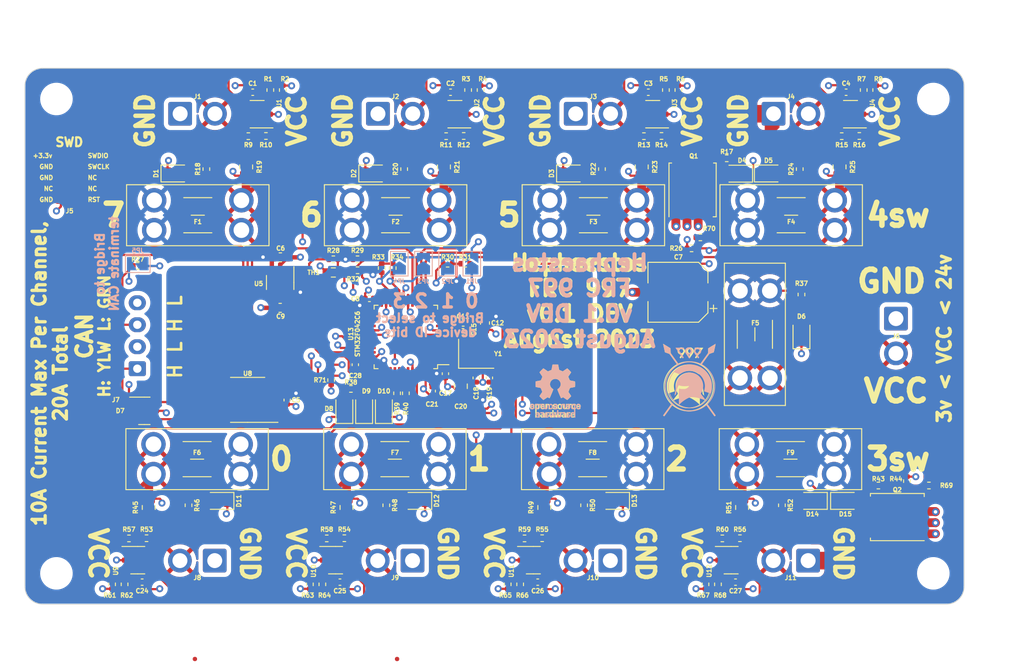
<source format=kicad_pcb>
(kicad_pcb (version 20221018) (generator pcbnew)
  (layers (0 "F.Cu" mixed) (1 "In1.Cu" power) (2 "In2.Cu" power) (31 "B.Cu" power) (34 "B.Paste" user) (35 "F.Paste" user) (36 "B.SilkS" user "B.Silkscreen") (37 "F.SilkS" user "F.Silkscreen") (38 "B.Mask" user) (39 "F.Mask" user) (44 "Edge.Cuts" user))
  (net 0 "")
  (net 1 "GND")
  (net 2 "+3.3V")
  (net 3 "VCC")
  (net 4 "A0")
  (net 5 "A1")
  (net 6 "A2")
  (net 7 "A3")
  (net 8 "A4")
  (net 9 "A5")
  (net 10 "A6")
  (net 11 "A7")
  (net 12 "RST")
  (net 13 "Net-(D2-A)")
  (net 14 "Net-(D3-A)")
  (net 15 "Net-(D4-A)")
  (net 16 "Net-(D5-A)")
  (net 17 "Net-(D6-A)")
  (net 18 "Net-(D8-A)")
  (net 19 "Net-(D9-A)")
  (net 20 "Net-(F1-Pad1)")
  (net 21 "Net-(F2-Pad1)")
  (net 22 "Net-(F3-Pad1)")
  (net 23 "Net-(F4-Pad1)")
  (net 24 "Net-(F6-Pad1)")
  (net 25 "Net-(F7-Pad1)")
  (net 26 "Net-(F8-Pad1)")
  (net 27 "Net-(F9-Pad1)")
  (net 28 "/channel0/L")
  (net 29 "/channel1/L")
  (net 30 "/channel2/L")
  (net 31 "/channel3/L")
  (net 32 "/channel4/L")
  (net 33 "/channel5/L")
  (net 34 "/channel6/L")
  (net 35 "/channel7/L")
  (net 36 "CANH")
  (net 37 "CANL")
  (net 38 "SWDIO")
  (net 39 "ADC_VCCDIV")
  (net 40 "ADC_THERM")
  (net 41 "LED_R")
  (net 42 "LED_G")
  (net 43 "LED_B")
  (net 44 "Net-(D10-A)")
  (net 45 "Net-(D11-A)")
  (net 46 "Net-(D12-A)")
  (net 47 "Net-(U1-+)")
  (net 48 "Net-(U4-+)")
  (net 49 "Net-(U1--)")
  (net 50 "Net-(U4--)")
  (net 51 "CANID_SEL_0")
  (net 52 "CANID_SEL_1")
  (net 53 "CANID_SEL_2")
  (net 54 "CANID_SEL_3")
  (net 55 "Net-(U9--)")
  (net 56 "Net-(U11--)")
  (net 57 "Net-(U9-+)")
  (net 58 "SWCLK")
  (net 59 "Net-(U11-+)")
  (net 60 "CLK_B")
  (net 61 "CLK_A")
  (net 62 "Net-(JP5-A)")
  (net 63 "Net-(D13-A)")
  (net 64 "Net-(U12-+)")
  (net 65 "Net-(U12--)")
  (net 74 "Net-(U13-PF11)")
  (net 75 "CAN_TX")
  (net 76 "Net-(D14-A)")
  (net 77 "Net-(D15-A)")
  (net 78 "SW3")
  (net 79 "SW4")
  (net 80 "CAN_RX")
  (net 83 "Net-(D1-A)")
  (net 84 "Net-(J6-Pin_2)")
  (net 85 "Net-(J4-Pin_1)")
  (net 89 "Net-(J11-Pin_1)")
  (net 90 "Net-(U2-+)")
  (net 91 "Net-(U3-+)")
  (net 92 "Net-(U2--)")
  (net 93 "Net-(U3--)")
  (net 94 "Net-(U10--)")
  (net 95 "Net-(U10-+)")
  (net 101 "Net-(Q1-G)")
  (net 102 "Net-(Q2-G)")
  (footprint "Fuse:Fuseholder_Blade_Mini_Keystone_3568" (layer "F.Cu") (at 225.54 85.43 180)
    (fp_text reference "F4")
    (fp_text value "FUSE" hide)
  )
  (footprint "Resistor_SMD:R_0402_1005Metric" (layer "F.Cu") (at 190.25 120.519998 180)
    (fp_text reference "R59")
    (fp_text value "15k" hide)
  )
  (footprint "Capacitor_SMD:C_0402_1005Metric" (layer "F.Cu") (at 226.83 69.73)
    (fp_text reference "C4")
    (fp_text value "0.1 uF" hide)
  )
  (footprint "LED_SMD:LED_0805_2012Metric" (layer "F.Cu") (at 221.75 97.25 90)
    (fp_text reference "D6")
    (fp_text value "BLUE" hide)
  )
  (footprint "Package_TO_SOT_SMD:SOT-23-5" (layer "F.Cu") (at 159.83 72.23 180)
    (fp_text reference "U1")
    (fp_text value "MCP6001-OT" hide)
  )
  (footprint "Package_TO_SOT_SMD:TDSON-8-1" (layer "F.Cu") (at 232.655 118.095 180)
    (fp_text reference "Q2")
    (fp_text value "CSD17577Q5A" hide)
  )
  (footprint "Resistor_SMD:R_0402_1005Metric" (layer "F.Cu") (at 226.33 74.73 180)
    (fp_text reference "R15")
    (fp_text value "200" hide)
  )
  (footprint "Package_TO_SOT_SMD:SOT-23-5" (layer "F.Cu") (at 146.25 122.999998)
    (fp_text reference "U9")
    (fp_text value "MCP6001-OT" hide)
  )
  (footprint "Package_TO_SOT_SMD:SOT-23-5" (layer "F.Cu") (at 227.33 72.23 180)
    (fp_text reference "U4")
    (fp_text value "MCP6001-OT" hide)
  )
  (footprint "Capacitor_SMD:C_0402_1005Metric" (layer "F.Cu") (at 181.25 101.77 90)
    (fp_text reference "C17")
    (fp_text value "0.1 uF" hide)
  )
  (footprint "Fuse:Fuseholder_Blade_Mini_Keystone_3568" (layer "F.Cu") (at 215.540001 109.799998)
    (fp_text reference "F9")
    (fp_text value "FUSE" hide)
  )
  (footprint "Capacitor_SMD:C_0402_1005Metric" (layer "F.Cu") (at 169.25 125.499997 180)
    (fp_text reference "C25")
    (fp_text value "0.1 uF" hide)
  )
  (footprint "Fuse:Fuseholder_Blade_Mini_Keystone_3568" (layer "F.Cu") (at 214.75 102.25 90)
    (fp_text reference "F5")
    (fp_text value "FUSE" hide)
  )
  (footprint "Package_TO_SOT_SMD:SOT-23-5" (layer "F.Cu") (at 182.33 72.23 180)
    (fp_text reference "U2")
    (fp_text value "MCP6001-OT" hide)
  )
  (footprint "Symbol:OSHW-Logo_5.7x6mm_SilkScreen" (layer "F.Cu") (at 193.75 103.75)
    (fp_text reference "oshw_f" hide)
    (fp_text value "OSHW-Logo_5.7x6mm_SilkScreen" hide)
  )
  (footprint "Capacitor_SMD:C_0402_1005Metric" (layer "F.Cu") (at 181.83 69.73)
    (fp_text reference "C2")
    (fp_text value "0.1 uF" hide)
  )
  (footprint "Fuse:Fuseholder_Blade_Mini_Keystone_3568" (layer "F.Cu") (at 193.040001 109.799998)
    (fp_text reference "F8")
    (fp_text value "FUSE" hide)
  )
  (footprint "Connector_JST:JST_VH_B2P-VH-B_1x02_P3.96mm_Vertical" (layer "F.Cu") (at 200.0075 123.049998 180)
    (fp_text reference "J10")
    (fp_text value "Conn_01x02" hide)
  )
  (footprint "Package_TO_SOT_SMD:TDSON-8-1" (layer "F.Cu") (at 209.365 80.85 90)
    (fp_text reference "Q1")
    (fp_text value "CSD17577Q5A" hide)
  )
  (footprint "Capacitor_SMD:C_0402_1005Metric" (layer "F.Cu") (at 214.25 125.499997 180)
    (fp_text reference "C27")
    (fp_text value "0.1 uF" hide)
  )
  (footprint "Package_TO_SOT_SMD:SOT-23-5" (layer "F.Cu") (at 191.25 122.999998)
    (fp_text reference "U11")
    (fp_text value "MCP6001-OT" hide)
  )
  (footprint "Resistor_SMD:R_0402_1005Metric" (layer "F.Cu") (at 175.25 89.75 -90)
    (fp_text reference "R34")
    (fp_text value "1k" hide)
  )
  (footprint "Resistor_SMD:R_0402_1005Metric" (layer "F.Cu") (at 199.055 78.48 90)
    (fp_text reference "R22")
    (fp_text value "1k" hide)
  )
  (footprint "Resistor_SMD:R_0402_1005Metric" (layer "F.Cu") (at 158.83 74.73 180)
    (fp_text reference "R9")
    (fp_text value "200" hide)
  )
  (footprint "Resistor_SMD:R_0402_1005Metric" (layer "F.Cu") (at 169.75 120.499998)
    (fp_text reference "R54")
    (fp_text value "200" hide)
  )
  (footprint "Resistor_SMD:R_0402_1005Metric" (layer "F.Cu") (at 181.33 74.73 180)
    (fp_text reference "R11")
    (fp_text value "200" hide)
  )
  (footprint "Fuse:Fuseholder_Blade_Mini_Keystone_3568" (layer "F.Cu") (at 170.540001 109.799998)
    (fp_text reference "F7")
    (fp_text value "FUSE" hide)
  )
  (footprint "Resistor_SMD:R_0402_1005Metric" (layer "F.Cu") (at 171.25 88.75)
    (fp_text reference "R29")
    (fp_text value "1k" hide)
  )
  (footprint "Resistor_SMD:R_0402_1005Metric" (layer "F.Cu") (at 170.5 103.5 180)
    (fp_text reference "R38")
    (fp_text value "22" hide)
  )
  (footprint "Resistor_SMD:R_0402_1005Metric" (layer "F.Cu") (at 168.25 102.5 -90)
    (fp_text reference "R71")
    (fp_text value "1k" hide)
  )
  (footprint "Resistor_SMD:R_0402_1005Metric" (layer "F.Cu") (at 165.83 125.749997 -90)
    (fp_text reference "R63")
    (fp_text value "15k" hide)
  )
  (footprint "Resistor_SMD:R_0402_1005Metric" (layer "F.Cu") (at 168.5 88.75)
    (fp_text reference "R28")
    (fp_text value "1k" hide)
  )
  (footprint "Connector_JST:JST_VH_B2P-VH-B_1x02_P3.96mm_Vertical" (layer "F.Cu") (at 218.5725 72.18)
    (fp_text reference "J4")
    (fp_text value "Conn_01x02" hide)
  )
  (footprint "LED_SMD:LED_0805_2012Metric" (layer "F.Cu") (at 174.25 105.75 90)
    (fp_text reference "D10")
    (fp_text value "RED" hide)
  )
  (footprint "MountingHole:MountingHole_3.2mm_M3" (layer "F.Cu") (at 137 124.5)
    (fp_text reference "REF**" hide)
    (fp_text value "MountingHole_3.2mm_M3" hide)
  )
  (footprint "LED_SMD:LED_0805_2012Metric" (layer "F.Cu") (at 172 105.75 90)
    (fp_text reference "D9")
    (fp_text value "GREEN" hide)
  )
  (footprint "Resistor_SMD:R_0402_1005Metric" (layer "F.Cu") (at 228.83 69.48 90)
    (fp_text reference "R7")
    (fp_text value "200" hide)
  )
  (footprint "Fuse:Fuseholder_Blade_Mini_Keystone_3568" (layer "F.Cu") (at 203.04 85.43 180)
    (fp_text reference "F3")
    (fp_text value "FUSE" hide)
  )
  (footprint "Resistor_SMD:R_0402_1005Metric" (layer "F.Cu") (at 209.25 87.5 180)
    (fp_text reference "R26")
    (fp_text value "1k" hide)
  )
  (footprint "LED_SMD:LED_0805_2012Metric" (layer "F.Cu") (at 214.5 79 180)
    (fp_text reference "D4")
    (fp_text value "RED" hide)
  )
  (footprint "Resistor_SMD:R_0402_1005Metric" (layer "F.Cu") (at 146.25 89.5)
    (fp_text reference "R27")
    (fp_text value "120" hide)
  )
  (footprint "LED_SMD:LED_0805_2012Metric" (layer "F.Cu") (at 178 116.249998 180)
    (fp_text reference "D12")
    (fp_text value "BLUE" hide)
  )
  (footprint "Resistor_SMD:R_0402_1005Metric" (layer "F.Cu") (at 174 89.75 -90)
    (fp_text reference "R33")
    (fp_text value "1k" hide)
  )
  (footprint "Capacitor_SMD:C_0402_1005Metric" (layer "F.Cu") (at 183.27 96 180)
    (fp_text reference "C11")
    (fp_text value "0.1 uF" hide)
  )
  (footprint "Resistor_SMD:R_0402_1005Metric" (layer "F.Cu") (at 210.83 125.749997 -90)
    (fp_text reference "R67")
    (fp_text value "15k" hide)
  )
  (footprint "MountingHole:MountingHole_3.2mm_M3" (layer "F.Cu") (at 137 70.5)
    (fp_text reference "REF**" hide)
    (fp_text value "MountingHole_3.2mm_M3" hide)
  )
  (footprint "Resistor_SMD:R_0402_1005Metric" (layer "F.Cu") (at 175.75 104 -90)
    (fp_text reference "R39")
    (fp_text value "22" hide)
  )
  (footprint "Package_TO_SOT_SMD:SOT-23-5" (layer "F.Cu") (at 204.83 72.23 180)
    (fp_text reference "U3")
    (fp_text value "MCP6001-OT" hide)
  )
  (footprint "Resistor_SMD:R_0402_1005Metric" (layer "F.Cu") (at 210.25 86.25)
    (fp_text reference "R70")
    (fp_text value "1k" hide)
  )
  (footprint "Resistor_SMD:R_0402_1005Metric" (layer "F.Cu") (at 171.25 90)
    (fp_text reference "R32")
    (fp_text value "100" hide)
  )
  (footprint "Connector_JST:JST_VH_B2P-VH-B_1x02_P3.96mm_Vertical" (layer "F.Cu") (at 155.0075 123.049998 180)
    (fp_text reference "J8")
    (fp_text value "Conn_01x02" hide)
  )
  (footprint "Connector_JST:JST_VH_B2P-VH-B_1x02_P3.96mm_Vertical" (layer "F.Cu") (at 177.5075 123.049998 180)
    (fp_text reference "J9")
    (fp_text value "Conn_01x02" hide)
  )
  (footprint "Capacitor_SMD:C_0603_1608Metric" (layer "F.Cu") (at 185.75 96 -90)
    (fp_text reference "C12")
    (fp_text value "1 uF" hide)
  )
  (footprint "Capacitor_SMD:C_0402_1005Metric" (layer "F.Cu") (at 172.6 93.2)
    (fp_text reference "C8")
    (fp_text value "0.1 uF" hide)
  )
  (footprint "Connector_JST:JST_VH_B2P-VH-B_1x02_P3.96mm_Vertical" (layer "F.Cu") (at 151.0725 72.18)
    (fp_text reference "J1")
    (fp_text value "Conn_01x02" hide)
  )
  (footprint "LED_SMD:LED_0805_2012Metric" (layer "F.Cu") (at 173.08 78.98)
    (fp_text reference "D2")
    (fp_text value "BLUE" hide)
  )
  (footprint "Resistor_SMD:R_0402_1005Metric" (layer "F.Cu") (at 162.75 69.48 90)
    (fp_text reference "R2")
    (fp_text value "15k" hide)
  )
  (footprint "LED_SMD:LED_0805_2012Metric" (layer "F.Cu") (at 226.75 116.25)
    (fp_text reference "D15")
    (fp_text value "RED" hide)
  )
  (footprint "Resistor_SMD:R_0402_1005Metric" (layer "F.Cu") (at 212.25 125.749997 -90)
    (fp_text reference "R68")
    (fp_text value "200" hide)
  )
  (footprint "Resistor_SMD:R_0805_2012Metric" (layer "F.Cu") (at 170.000001 116.999998 90)
    (fp_text reference "R47")
    (fp_text value "0.003" hide)
  )
  (footprint "Resistor_SMD:R_0402_1005Metric" (layer "F.Cu") (at 221.555 78.48 90)
    (fp_text reference "R24")
    (fp_text value "1k" hide)
  )
  (footprint "Package_TO_SOT_SMD:SOT-23" (layer "F.Cu") (at 147 106)
    (fp_text reference "D7")
    (fp_text value "NUP2105L" hide)
  )
  (footprint "Resistor_SMD:R_0805_2012Metric" (layer "F.Cu") (at 215.000001 116.999998 90)
    (fp_text reference "R51")
    (fp_text value "0.003" hide)
  )
  (footprint "Capacitor_SMD:C_0603_1608Metric" (layer "F.Cu") (at 162.475 88.525)
    (fp_text reference "C6")
    (fp_text value "1 uF 35v" hide)
  )
  (footprint "Resistor_SMD:R_0402_1005Metric" (layer "F.Cu") (at 161.33 69.48 90)
    (fp_text reference "R1")
    (fp_text value "200" hide)
  )
  (footprint "Resistor_SMD:R_0402_1005Metric" (layer "F.Cu") (at 192.25 120.499998)
    (fp_text reference "R55")
    (fp_text value "200" hide)
  )
  (footprint "Resistor_SMD:R_0402_1005Metric" (layer "F.Cu") (at 213.25 77.25 180)
    (fp_text reference "R17")
    (fp_text value "200" hide)
  )
  (footprint "Resistor_SMD:R_0402_1005Metric" (layer "F.Cu") (at 233.75 114 90)
    (fp_text reference "R44")
    (fp_text value "1k" hide)
  )
  (footprint "Resistor_SMD:R_0402_1005Metric" (layer "F.Cu") (at 160.83 74.71)
    (fp_text reference "R10")
    (fp_text value "15k" hide)
  )
  (footprint "Resistor_SMD:R_0805_2012Metric" (layer "F.Cu") (at 181.08 78.23 -90)
    (fp_text reference "R21")
    (fp_text value "0.003" hide)
  )
  (footprint "Resistor_SMD:R_0402_1005Metric" (layer "F.Cu") (at 214.75 120.499998)
    (fp_text reference "R56")
    (fp_text value "200" hide)
  )
  (footprint "Capacitor_SMD:C_0603_1608Metric" (layer "F.Cu") (at 162.45 94.275)
    (fp_text reference "C9")
    (fp_text value "2.2 uF" hide)
  )
  (footprint "LED_SMD:LED_0805_2012Metric" (layer "F.Cu") (at 218.08 78.98)
    (fp_text reference "D5")
    (fp_text value "BLUE" hide)
  )
  (footprint "Resistor_SMD:R_0603_1608Metric" (layer "F.Cu") (at 168.5 90.25 180)
    (fp_text reference "TH1")
    (fp_text value "thermistor 10k" hide)
  )
  (footprint "Resistor_SMD:R_0402_1005Metric" (layer "F.Cu") (at 228.33 74.71)
    (fp_text reference "R16")
    (fp_text value "15k" hide)
  )
  (footprint "Connector_JST:JST_VH_B2P-VH-B_1x02_P3.96mm_Vertical" (layer "F.Cu") (at 222.5075 123.049998 180)
    (fp_text reference "J11")
    (fp_text value "Conn_01x02" hide)
  )
  (footprint "Resistor_SMD:R_0402_1005Metric" (layer "F.Cu") (at 205.83 74.71)
    (fp_text reference "R14")
    (fp_text value "15k" hide)
  )
  (footprint "Capacitor_SMD:C_0402_1005Metric" (layer "F.Cu") (at 204.33 69.73)
    (fp_text reference "C3")
    (fp_text value "0.1 uF" hide)
  )
  (footprint "Resistor_SMD:R_0402_1005Metric" (layer "F.Cu") (at 174.525001 116.749998 -90)
    (fp_text reference "R48")
    (fp_text value "1k" hide)
  )
  (footprint "Resistor_SMD:R_0402_1005Metric" (layer "F.Cu") (at 183.5 89.25)
    (fp_text reference "R31")
    (fp_text value "1k" hide)
  )
  (footprint "LED_SMD:LED_0805_2012Metric" (layer "F.Cu") (at 150.58 78.98)
    (fp_text reference "D1")
    (fp_text value "BLUE" hide)
  )
  (footprint "Resistor_SMD:R_0805_2012Metric" (layer "F.Cu") (at 203.58 78.23 -90)
    (fp_text reference "R23")
    (fp_text value "0.003" hide)
  )
  (footprint "LED_SMD:LED_0805_2012Metric" (layer "F.Cu") (at 155.5 116.249998 180)
    (fp_text reference "D11")
    (fp_text value "BLUE" hide)
  )
  (footprint "Capacitor_SMD:C_0402_1005Metric" (layer "F.Cu") (at 191.75 125.499997 180)
    (fp_text reference "C26")
    (fp_text value "0.1 uF" hide)
  )
  (footprint "Package_QFP:LQFP-48_7x7mm_P0.5mm" (layer "F.Cu") (at 176.75 97.5875 180)
    (fp_text reference "U13")
    (fp_text value "STM32F042C6Tx" hide)
  )
  (footprint "Package_SO:SOIC-8_3.9x4.9mm_P1.27mm" (layer "F.Cu") (at 158.75 104.75 180)
    (fp_text reference "U8")
    (fp_text value "SN65HVD232" hide)
  )
  (footprint "Resistor_SMD:R_0402_1005Metric" (layer "F.Cu") (at 154.055 78.48 90)
    (fp_text reference "R18")
    (fp_text value "1k" hide)
  )
  (footprint "Resistor_SMD:R_0402_1005Metric" (layer "F.Cu") (at 230.25 69.48 90)
    (fp_text reference "R8")
    (fp_text value "15k" hide)
  )
  (footprint "Capacitor_SMD:C_0402_1005Metric" (layer "F.Cu") (at 159.33 69.73)
    (fp_text reference "C1")
    (fp_text value "0.1 uF" hide)
  )
  (footprint "Resistor_SMD:R_0402_1005Metric" (layer "F.Cu") (at 147.25 120.499998)
    (fp_text reference "R53")
    (fp_text value "200" hide)
  )
  (footprint "parts:997-big" (layer "F.Cu") (at 208.956355 102.006338)
    (fp_text reference "1" hide)
    (fp_text value "LOGO" hide)
  )
  (footprint "Resistor_SMD:R_0402_1005Metric" (layer "F.Cu") (at 176.555 78.48 90)
    (fp_text reference "R20")
    (fp_text value "1k" hide)
  )
  (footprint "Connector:Tag-Connect_TC2050-IDC-FP_2x05_P1.27mm_Vertical" (layer "F.Cu") (at 138.5 79.5 -90)
    (fp_text reference "J5")
    (fp_text value "Conn_02x05_Counter_Clockwise" hide)
  )
  (footprint "Capacitor_SMD:C_0805_2012Metric" (layer "F.Cu") (at 183 103.2 90)
    (fp_text reference "C20")
    (fp_text value "4.7 uF" hide)
  )
  (footprint "Resistor_SMD:R_0402_1005Metric" (layer "F.Cu") (at 197.025001 116.749998 -90)
    (fp_text reference "R50")
    (fp_text value "1k" hide)
  )
  (footprint "Package_TO_SOT_SMD:SOT-23-5" (layer "F.Cu") (at 162.45 91.3875 -90)
    (fp_text reference "U5")
    (fp_text value "AP2205K-3.3" hide)
  )
  (footprint "Resistor_SMD:R_0402_1005Metric" (layer "F.Cu") (at 189.75 125.749997 -90)
    (fp_text reference "R66")
    (fp_text value "200" hide)
  )
  (footprint "Connector_JST:JST_VH_B2P-VH-B_1x02_P3.96mm_Vertical" (layer "F.Cu") (at 173.5725 72.18)
    (fp_text reference "J2")
    (fp_text value "Conn_01x02" hide)
  )
  (footprint "Resistor_SMD:R_0402_1005Metric" (layer "F.Cu") (at 167.75 120.519998 180)
    (fp_text reference "R58")
    (fp_text value "15k" hide)
  )
  (footprint "Capacitor_SMD:C_0402_1005Metric" (layer "F.Cu") (at 186.25 102.25 -90)
    (fp_text reference "C19")
    (fp_text value "10 pF" hide)
  )
  (footprint "Resistor_SMD:R_0402_1005Metric" (layer "F.Cu") (at 212.75 120.519998 180)
    (fp_text reference "R60")
    (fp_text value "15k" hide)
  )
  (footprint "Capacitor_SMD:C_0402_1005Metric" (layer "F.Cu") (at 171 100.75 -90)
    (fp_text reference "C28")
    (fp_text value "0.1 uF" hide)
  )
  (footprint "Resistor_SMD:R_0402_1005Metric" (layer "F.Cu") (at 185.25 69.48 90)
    (fp_text reference "R4")
    (fp_text value "15k" hide)
  )
  (footprint "Capacitor_SMD:CP_Elec_6.3x7.7" (layer "F.Cu") (at 207.7 92.5 180)
    (fp_text reference "C7")
    (fp_text value "100 uF 35v" hide)
  )
  (footprint "Resistor_SMD:R_0402_1005Metric" (layer "F.Cu") (at 203.83 74.73 180)
    (fp_text reference "R13")
    (fp_text value "200" hide)
  )
  (footprint "Capacitor_SMD:C_0402_1005Metric" (layer "F.Cu") (at 163.25 104.77 90)
    (fp_text reference "C5")
    (fp_text value "0.1 uF" hide)
  )
  (footprint "Crystal:Crystal_SMD_3225-4Pin_3.2x2.5mm" (layer "F.Cu") (at 184.75 99.5)
    (fp_text reference "Y1")
    (fp_text value "16 MHz 9 pF" hide)
  )
  (footprint "Resistor_SMD:R_0402_1005Metric" (layer "F.Cu") (at 206.33 69.48 90)
    (fp_text reference "R5")
    (fp_text value "200" hide)
  )
  (footprint "Package_TO_SOT_SMD:SOT-23-5" (layer "F.Cu") (at 213.75 122.999998)
    (fp_text reference "U12")
    (fp_text value "MCP6001-OT" hide)
  )
  (footprint "MountingHole:MountingHole_3.2mm_M3" (layer "F.Cu") (at 236.75 70.5)
    (fp_text reference "REF**" hide)
    (fp_text value "MountingHole_3.2mm_M3" hide)
  )
  (footprint "Package_TO_SOT_SMD:SOT-23-5" (layer "F.Cu") (at 168.75 122.999998)
    (fp_text reference "U10")
    (fp_text value "MCP6001-OT" hide)
  )
  (footprint "Resistor_SMD:R_0402_1005Metric" (layer "F.Cu") (at 152.025001 116.749998 -90)
    (fp_text reference "R46")
    (fp_text value "1k" hide)
  )
  (footprint "Resistor_SMD:R_0402_1005Metric" (layer "F.Cu") (at 188.33 125.749997 -90)
    (fp_text reference "R65")
    (fp_text value "15k" hide)
  )
  (footprint "Fuse:Fuseholder_Blade_Mini_Keystone_3568" (layer "F.Cu") (at 148.040001 109.799998)
    (fp_text reference "F6")
    (fp_text value "FUSE" hide)
  )
  (footprint "Capacitor_SMD:C_0402_1005Metric" (layer "F.Cu") (at 146.75 125.499997 180)
    (fp_text reference "C24")
    (fp_text value "0.1 uF" hide)
  )
  (footprint "LED_SMD:LED_0805_2012Metric" (layer "F.Cu") (at 169.75 105.75 90)
    (fp_text reference "D8")
    (fp_text value "BLUE" hide)
  )
  (footprint "MountingHole:MountingHole_3.2mm_M3" (layer "F.Cu") (at 236.75 124.5)
    (fp_text reference "REF**" hide)
    (fp_text value "MountingHole_3.2mm_M3" hide)
  )
  (footprint "Connector_JST:JST_VH_B2P-VH-B_1x02_P3.96mm_Vertical" (layer "F.Cu") (at 232.5 95.5 -90)
    (fp_text reference "J6")
    (fp_text value "Conn_01x02" hide)
  )
  (footprint "LED_SMD:LED_0805_2012Metric" (layer "F.Cu") (at 200.5 116.249998 180)
    (fp_text reference "D13")
    (fp_text value "BLUE" hide)
  )
  (footprint "Fuse:Fuseholder_Blade_Mini_Keystone_3568" (layer "F.Cu") (at 158.04 85.43 180)
    (fp_text reference "F1")
    (fp_text value "FUSE" hide)
  )
  (footprint "Capacitor_SMD:C_0402_1005Metric" (layer "F.Cu") (at 184.75 102.25 90)
    (fp_text reference "C18")
    (fp_text value "10 pF" hide)
  )
  (footprint "Resistor_SMD:R_0402_1005Metric" (layer "F.Cu") (at 183.83 69.48 90)
    (fp_text reference "R3")
    (fp_text value "200" hide)
  )
  (footprint "LED_SMD:LED_0805_2012Metric" (layer "F.Cu") (at 223 116.249998 180)
    (fp_text reference "D14")
    (fp_text value "BLUE" hide)
  )
  (footprint "Resistor_SMD:R_0402_1005Metric" (layer "F.Cu") (at 207.75 69.48 90)
    (fp_text reference "R6")
    (fp_text value "15k" hide)
  )
  (footprint "Connector_JST:JST_XH_B4B-XH-AM_1x04_P2.50mm_Vertical" (layer "F.Cu") (at 146.2 101.2 90)
    (fp_text reference "J7")
    (fp_text value "Conn_01x04" hide)
  )
  (footprint "LED_SMD:LED_0805_2012Metric" (layer "F.Cu") (at 195.58 78.98)
    (fp_text reference "D3")
    (fp_text value "BLUE" hide)
  )
  (footprint "Resistor_SMD:R_0402_1005Metric" (layer "F.Cu") (at 219.525001 116.749998 -90)
    (fp_text reference "R52")
    (fp_text value "1k" hide)
  )
  (footprint "Capacitor_SMD:C_0402_1005Metric" (layer "F.Cu") (at 183.25 97 180)
    (fp_text reference "C15")
    (fp_text value "0.1 uF" hide)
  )
  (footprint "Resistor_SMD:R_0402_1005Metric" (layer "F.Cu") (at 167.25 125.749997 -90)
    (fp_text reference "R64")
    (fp_text value "200" hide)
  )
  (footprint "Resistor_SMD:R_0402_1005Metric" (layer "F.Cu") (at 236.25 114.5)
    (fp_text reference "R69")
    (fp_text value "1k" hide)
  )
  (footprint "Resistor_SMD:R_0402_1005Metric" (layer "F.Cu") (at 183.33 74.71)
    (fp_text reference "R12")
    (fp_text value "15k" hide)
  )
  (footprint "Fiducial:Fiducial_0.5mm_Mask1.5mm" (layer "F.Cu") (at 152.75 134.25)
    (fp_text reference "REF**" hide)
    (fp_text value "Fiducial_0.5mm_Mask1.5mm" hide)
  )
  (footprint "Resistor_SMD:R_0402_1005Metric" (layer "F.Cu") (at 176.75 104 -90)
    (fp_text reference "R40")
    (fp_text value "100" hide)
  )
  (footprint "Resistor_SMD:R_0402_1005Metric" (layer "F.Cu") (at 144.75 125.749997 -90)
    (fp_text reference "R62")
    (fp_text value "200" hide)
  )
  (footprint "Fiducial:Fiducial_0.5mm_Mask1.5mm" (layer "F.Cu") (at 175.75 134.25)
    (fp_text reference "REF**" hide)
    (fp_text value "Fiducial_0.5mm_Mask1.5mm" hide)
  )
  (footprint "Resistor_SMD:R_0402_1005Metric" (layer "F.Cu") (at 143.33 125.749997 -90)
    (fp_text reference "R61")
    (fp_text value "15k" hide)
  )
  (footprint "Resistor_SMD:R_0805_2012Metric" (layer "F.Cu") (at 192.500001 116.999998 90)
    (fp_text reference "R49")
    (fp_text value "0.003" hide)
  )
  (footprint "Resistor_SMD:R_0805_2012Metric" (layer "F.Cu") (at 147.500001 116.999998 90)
    (fp_text reference "R45")
    (fp_text value "0.003" hide)
  )
  (footprint "Connector_JST:JST_VH_B2P-VH-B_1x02_P3.96mm_Vertical" (layer "F.Cu") (at 196.0725 72.18)
    (fp_text reference "J3")
    (fp_text value "Conn_01x02" hide)
  )
  (footprint "Resistor_SMD:R_0402_1005Metric" (layer "F.Cu") (at 221.75 92.76 90)
    (fp_text reference "R37")
    (fp_text value "1k" hide)
  )
  (footprint "Capacitor_SMD:C_0402_1005Metric" (layer "F.Cu") (at 179.75 103.75 90)
    (fp_text reference "C21")
    (fp_text value "0.1 uF" hide)
  )
  (footprint "Fuse:Fuseholder_Blade_Mini_Keystone_3568" (layer "F.Cu") (at 180.54 85.43 180)
    (fp_text reference "F2")
    (fp_text value "FUSE" hide)
  )
  (footprint "Resistor_SMD:R_0805_2012Metric" (layer "F.Cu") (at 158.58 78.23 -90)
    (fp_text reference "R19")
    (fp_text value "0.003" hide)
  )
  (footprint "Resistor_SMD:R_0402_1005Metric" (layer "F.Cu") (at 230.5 114.5)
    (fp_text reference "R43")
    (fp_text value "200" hide)
  )
  (footprint "Resistor_SMD:R_0402_1005Metric" (layer "F.Cu") (at 145.25 120.519998 180)
    (fp_text reference "R57")
    (fp_text value "15k" hide)
  )
  (footprint "Resistor_SMD:R_0402_1005Metric" (layer "F.Cu") (at 181.5 89.25 180)
    (fp_text reference "R30")
    (fp_text value "1k" hide)
  )
  (footprint "Resistor_SMD:R_0805_2012Metric" (layer "F.Cu") (at 226.08 78.23 -90)
    (fp_text reference "R25")
    (fp_text value "0.003" hide)
  )
  (footprint "Jumper:SolderJumper-2_P1.3mm_Open_TrianglePad1.0x1.5mm" (layer "B.Cu") (at 181.5 89.25 90)
    (fp_text reference "JP2")
    (fp_text value "Jumper_2_Open" hide)
  )
  (footprint "Jumper:SolderJumper-2_P1.3mm_Open_TrianglePad1.0x1.5mm" (layer "B.Cu") (at 176 89.25 90)
    (fp_text reference "JP4")
    (fp_text value "Jumper_2_Open" hide)
  )
  (footprint "Jumper:SolderJumper-2_P1.3mm_Open_TrianglePad1.0x1.5mm" (layer "B.Cu") (at 146.25 89.25 180)
    (fp_text reference "JP5")
    (fp_text value "Jumper_2_Open" hide)
  )
  (footprint "Jumper:SolderJumper-2_P1.3mm_Open_TrianglePad1.0x1.5mm" (layer "B.Cu") (at 178.75 89.25 90)
    (fp_text reference "JP3")
    (fp_text value "Jumper_2_Open" hide)
  )
  (footprint "Jumper:SolderJumper-2_P1.3mm_Open_TrianglePad1.0x1.5mm" (layer "B.Cu") (at 184.25 89.25 90)
    (fp_text reference "JP1")
    (fp_text value "Jumper_2_Open" hide)
  )
  (footprint "parts:997-big" (layer "B.Cu") (at 209.043645 102.006338 180)
    (fp_text reference "2" hide)
    (fp_text value "LOGO" hide)
  )
  (footprint "Symbol:OSHW-Logo_5.7x6mm_SilkScreen" (layer "B.Cu") (at 193.75 103.75 180)
    (fp_text reference "oshw_b" hide)
    (fp_text value "OSHW-Logo_5.7x6mm_SilkScreen" hide)
  )
  (gr_line (start 238.25 128) (end 135.414214 128) (stroke (width 0.1)) (layer "Edge.Cuts"))
  (gr_arc (start 133.414214 69) (mid 134 67.585786) (end 135.414214 67) (stroke (width 0.1)) (layer "Edge.Cuts"))
  (gr_line (start 240.25 69) (end 240.25 126) (stroke (width 0.1)) (layer "Edge.Cuts"))
  (gr_arc (start 135.414214 128) (mid 134 127.414214) (end 133.414214 126) (stroke (width 0.1)) (layer "Edge.Cuts"))
  (gr_arc (start 238.25 67) (mid 239.664214 67.585786) (end 240.25 69) (stroke (width 0.1)) (layer "Edge.Cuts"))
  (gr_line (start 135.414214 67) (end 238.25 67) (stroke (width 0.1)) (layer "Edge.Cuts"))
  (gr_arc (start 240.25 126) (mid 239.664214 127.414214) (end 238.25 128) (stroke (width 0.1)) (layer "Edge.Cuts"))
  (gr_line (start 133.414214 126) (end 133.414214 69) (stroke (width 0.1)) (layer "Edge.Cuts"))
  (gr_text "3" (at 176 93.5) (layer "B.SilkS") (effects (font (size 1.5 1.5) (thickness 0.375)) (justify mirror)))
  (gr_text "0" (at 184.25 93.5) (layer "B.SilkS") (effects (font (size 1.5 1.5) (thickness 0.375)) (justify mirror)))
  (gr_text "Bridge to select\ndevice ID bits" (at 179.5 96.25) (layer "B.SilkS") (effects (font (size 1 1) (thickness 0.25)) (justify mirror)))
  (gr_text "Bridge to\nterminate CAN" (at 142.75 89.25 90) (layer "B.SilkS") (effects (font (size 1 1) (thickness 0.25)) (justify mirror)))
  (gr_text "2" (at 178.5 93.5) (layer "B.SilkS") (effects (font (size 1.5 1.5) (thickness 0.375)) (justify mirror)))
  (gr_text "Hephaestos\nFRC 997\nv0.1 DEV\nAugust 2023" (at 196.5 93.5) (layer "B.SilkS") (effects (font (size 1.8 1.8) (thickness 0.45)) (justify mirror)))
  (gr_text "1" (at 181.5 93.5) (layer "B.SilkS") (effects (font (size 1.5 1.5) (thickness 0.375)) (justify mirror)))
  (gr_text "NC" (at 140.5 81) (layer "F.SilkS") (effects (font (size 0.5 0.5) (thickness 0.125) bold) (justify left bottom)))
  (gr_text "VCC" (at 164.33 72.98 90) (layer "F.SilkS") (effects (font (size 2 2) (thickness 0.5))))
  (gr_text "NC" (at 135.5 81) (layer "F.SilkS") (effects (font (size 0.5 0.5) (thickness 0.125) bold) (justify left bottom)))
  (gr_text "VCC" (at 141.75 122.249998 -90) (layer "F.SilkS") (effects (font (size 2 2) (thickness 0.5))))
  (gr_text "GND" (at 226.5 122.249998 -90) (layer "F.SilkS") (effects (font (size 2 2) (thickness 0.5))))
  (gr_text "Hephaestos\nFRC 997\nv0.1 DEV\nAugust 2023" (at 196.5 93.5) (layer "F.SilkS") (effects (font (size 1.8 1.8) (thickness 0.45))))
  (gr_text "3sw" (at 232.75 111.499998) (layer "F.SilkS") (effects (font (size 2.5 2.5) (thickness 0.625))))
  (gr_text "GND" (at 169.58 72.98 90) (layer "F.SilkS") (effects (font (size 2 2) (thickness 0.5))))
  (gr_text "6" (at 166 83.73) (layer "F.SilkS") (effects (font (size 2.5 2.5) (thickness 0.625))))
  (gr_text "VCC" (at 186.75 122.249998 -90) (layer "F.SilkS") (effects (font (size 2 2) (thickness 0.5))))
  (gr_text "NC" (at 140.5 79.75) (layer "F.SilkS") (effects (font (size 0.5 0.5) (thickness 0.125) bold) (justify left bottom)))
  (gr_text "GND" (at 181.5 122.249998 -90) (layer "F.SilkS") (effects (font (size 2 2) (thickness 0.5))))
  (gr_text "10A Current Max Per Channel,\n20A Total" (at 136.25 101.75 90) (layer "F.SilkS") (effects (font (size 1.5 1.5) (thickness 0.375))))
  (gr_text "VCC" (at 186.83 72.98 90) (layer "F.SilkS") (effects (font (size 2 2) (thickness 0.5))))
  (gr_text "7" (at 143.5 83.73) (layer "F.SilkS") (effects (font (size 2.5 2.5) (thickness 0.625))))
  (gr_text "4sw" (at 232.75 83.75) (layer "F.SilkS") (effects (font (size 2.5 2.5) (thickness 0.625))))
  (gr_text "L" (at 150.5 98.75 90) (layer "F.SilkS") (effects (font (size 1.5 1.5) (thickness 0.3))))
  (gr_text "1" (at 185.08 111.499998) (layer "F.SilkS") (effects (font (size 2.5 2.5) (thickness 0.625))))
  (gr_text "VCC" (at 232.5 103.75) (layer "F.SilkS") (effects (font (size 2.5 2.5) (thickness 0.625))))
  (gr_text "3v < VCC < 24v" (at 238 97.75 90) (layer "F.SilkS") (effects (font (size 1.5 1.5) (thickness 0.375))))
  (gr_text "H" (at 150.5 101.5 90) (layer "F.SilkS") (effects (font (size 1.5 1.5) (thickness 0.3))))
  (gr_text "L: GRN" (at 142.45 93.75 90) (layer "F.SilkS") (effects (font (size 1.25 1.25) (thickness 0.3125))))
  (gr_text "SWCLK" (at 140.5 78.5) (layer "F.SilkS") (effects (font (size 0.5 0.5) (thickness 0.125) bold) (justify left bottom)))
  (gr_text "0" (at 162.58 111.499998) (layer "F.SilkS") (effects (font (size 2.5 2.5) (thickness 0.625))))
  (gr_text "GND" (at 204 122.249998 -90) (layer "F.SilkS") (effects (font (size 2 2) (thickness 0.5))))
  (gr_text "SWDIO" (at 140.5 77.25) (layer "F.SilkS") (effects (font (size 0.5 0.5) (thickness 0.125) bold) (justify left bottom)))
  (gr_text "VCC" (at 209.25 122.249998 -90) (layer "F.SilkS") (effects (font (size 2 2) (thickness 0.5))))
  (gr_text "L" (at 150.5 93.5 90) (layer "F.SilkS") (effects (font (size 1.5 1.5) (thickness 0.3))))
  (gr_text "VCC" (at 164.25 122.249998 -90) (layer "F.SilkS") (effects (font (size 2 2) (thickness 0.5))))
  (gr_text "RST" (at 140.5 82.25) (layer "F.SilkS") (effects (font (size 0.5 0.5) (thickness 0.125) bold) (justify left bottom)))
  (gr_text "2" (at 207.58 111.499998) (layer "F.SilkS") (effects (font (size 2.5 2.5) (thickness 0.625))))
  (gr_text "GND" (at 214.58 72.98 90) (layer "F.SilkS") (effects (font (size 2 2) (thickness 0.5))))
  (gr_text "GND" (at 135 78.5) (layer "F.SilkS") (effects (font (size 0.5 0.5) (thickness 0.125) bold) (justify left bottom)))
  (gr_text "GND" (at 159 122.249998 -90) (layer "F.SilkS") (effects (font (size 2 2) (thickness 0.5))))
  (gr_text "GND" (at 192.08 72.98 90) (layer "F.SilkS") (effects (font (size 2 2) (thickness 0.5))))
  (gr_text "GND" (at 135 82.25) (layer "F.SilkS") (effects (font (size 0.5 0.5) (thickness 0.125) bold) (justify left bottom)))
  (gr_text "STM32F042C6" (at 171.25 97.25 90) (layer "F.SilkS") (effects (font (size 0.5 0.5) (thickness 0.125))))
  (gr_text "+3.3v" (at 134.25 77.25) (layer "F.SilkS") (effects (font (size 0.5 0.5) (thickness 0.125) bold) (justify left bottom)))
  (gr_text "H: YLW" (at 142.45 101.25 90) (layer "F.SilkS") (effects (font (size 1.25 1.25) (thickness 0.3125))))
  (gr_text "VCC" (at 231.83 72.98 90) (layer "F.SilkS") (effects (font (size 2 2) (thickness 0.5))))
  (gr_text "SWD" (at 136.75 76) (layer "F.SilkS") (effects (font (size 1 1) (thickness 0.25) bold) (justify left bottom)))
  (gr_text "GND" (at 147.08 72.98 -270) (layer "F.SilkS") (effects (font (size 2 2) (thickness 0.5))))
  (gr_text "GND" (at 232 91.25) (layer "F.SilkS") (effects (font (size 2.5 2.5) (thickness 0.625))))
  (gr_text "CAN" (at 140.2 97.5 90) (layer "F.SilkS") (effects (font (size 1.75 1.75) (thickness 0.4375))))
  (gr_text "VCC" (at 209.33 72.98 90) (layer "F.SilkS") (effects (font (size 2 2) (thickness 0.5))))
  (gr_text "GND" (at 135 79.75) (layer "F.SilkS") (effects (font (size 0.5 0.5) (thickness 0.125) bold) (justify left bottom)))
  (gr_text "H" (at 150.5 96.25 90) (layer "F.SilkS") (effects (font (size 1.5 1.5) (thickness 0.3))))
  (gr_text "5" (at 188.5 83.73) (layer "F.SilkS") (effects (font (size 2.5 2.5) (thickness 0.625))))
  (segment (start 182.1 103.25) (end 183 104.15) (width 0.25) (layer "F.Cu") (net 1))
  (segment (start 179 101.75) (end 179 103.25) (width 0.25) (layer "F.Cu") (net 1))
  (segment (start 223.9375 115.4375) (end 222.75 114.25) (width 0.25) (layer "F.Cu") (net 1))
  (segment (start 156.4375 117.622498) (end 156.33 117.729998) (width 0.25) (layer "F.Cu") (net 1))
  (segment (start 168.6 123.603247) (end 167.996751 122.999998) (width 0.25) (layer "F.Cu") (net 1))
  (segment (start 209.869998 126.259998) (end 209.75 126.25) (width 0.25) (layer "F.Cu") (net 1))
  (segment (start 209.75 126.25) (end 209.850002 126.259998) (width 0.25) (layer "F.Cu") (net 1))
  (segment (start 208.74 86.51) (end 208.75 86.5) (width 0.25) (layer "F.Cu") (net 1))
  (segment (start 207.46 83.75) (end 207.46 84.96) (width 1) (layer "F.Cu") (net 1))
  (segment (start 137.50435 78.23) (end 137.50435 79.5) (width 0.25) (layer "F.Cu") (net 1))
  (segment (start 187.350002 126.259998) (end 187.36 126.259998) (width 0.25) (layer "F.Cu") (net 1))
  (segment (start 230.25 68.97) (end 231.25 69) (width 0.25) (layer "F.Cu") (net 1))
  (segment (start 179 103.25) (end 178.75 103.5) (width 0.25) (layer "F.Cu") (net 1))
  (segment (start 162.75 68.97) (end 163.72 68.97) (width 0.25) (layer "F.Cu") (net 1))
  (segment (start 142.25 126.25) (end 142.350002 126.259998) (width 0.25) (layer "F.Cu") (net 1))
  (segment (start 165.83 126.259998) (end 164.869998 126.259998) (width 0.25) (layer "F.Cu") (net 1))
  (segment (start 183.75 96) (end 183.75 96.98) (width 0.25) (layer "F.Cu") (net 1))
  (segment (start 143.85 122.999998) (end 143.83 122.979998) (width 0.25) (layer "F.Cu") (net 1))
  (segment (start 185.25 68.97) (end 186.25 69) (width 0.25) (layer "F.Cu") (net 1))
  (segment (start 164.725 88.525) (end 164.75 88.5) (width 0.5) (layer "F.Cu") (net 1))
  (segment (start 211.35 122.999998) (end 211.33 122.979998) (width 0.25) (layer "F.Cu") (net 1))
  (segment (start 221.75 98.1875) (end 221.75 99.5) (width 0.25) (layer "F.Cu") (net 1))
  (segment (start 207.46 84.96) (end 207.5 85) (width 1) (layer "F.Cu") (net 1))
  (segment (start 182.48 69.855) (end 182.48 71.626751) (width 0.25) (layer "F.Cu") (net 1))
  (segment (start 188.85 122.999998) (end 188.83 122.979998) (width 0.25) (layer "F.Cu") (net 1))
  (segment (start 223.9375 116.249998) (end 225.812498 116.249998) (width 0.25) (layer "F.Cu") (net 1))
  (segment (start 164 105.25) (end 164.25 105.5) (width 0.25) (layer "F.Cu") (net 1))
  (segment (start 162.45 89.325) (end 163.25 88.525) (width 0.5) (layer "F.Cu") (net 1))
  (segment (start 142.350002 126.259998) (end 142.36 126.259998) (width 0.25) (layer "F.Cu") (net 1))
  (segment (start 227.48 71.626751) (end 228.083249 72.23) (width 0.25) (layer "F.Cu") (net 1))
  (segment (start 164.869998 126.259998) (end 164.75 126.25) (width 0.25) (layer "F.Cu") (net 1))
  (segment (start 213.6 125.374998) (end 213.6 123.603247) (width 0.25) (layer "F.Cu") (net 1))
  (segment (start 172.12 93.2) (end 172.12 92.63) (width 0.25) (layer "F.Cu") (net 1))
  (segment (start 223.9375 116.249998) (end 223.9375 115.4375) (width 0.25) (layer "F.Cu") (net 1))
  (segment (start 142.369998 126.259998) (end 142.25 126.25) (width 0.25) (layer "F.Cu") (net 1))
  (segment (start 215.4375 79) (end 216.25 79) (width 0.25) (layer "F.Cu") (net 1))
  (segment (start 186.25 102.73) (end 185.52 102.73) (width 0.25) (layer "F.Cu") (net 1))
  (segment (start 171.76 90) (end 171.76 90.76) (width 0.25) (layer "F.Cu") (net 1))
  (segment (start 235.555 118.73) (end 236.98 118.73) (width 1) (layer "F.Cu") (net 1))
  (segment (start 227.48 69.855) (end 227.48 71.626751) (width 0.25) (layer "F.Cu") (net 1))
  (segment (start 183.4675 72.23) (end 184.73 72.23) (width 0.25) (layer "F.Cu") (net 1))
  (segment (start 146.1 123.603247) (end 145.496751 122.999998) (width 0.25) (layer "F.Cu") (net 1))
  (segment (start 201.4375 117.622498) (end 201.33 117.729998) (width 0.25) (layer "F.Cu") (net 1))
  (segment (start 209.850002 126.259998) (end 209.86 126.259998) (width 0.25) (layer "F.Cu") (net 1))
  (segment (start 184.73 72.23) (end 184.75 72.25) (width 0.25) (layer "F.Cu") (net 1))
  (segment (start 136.425 81.175) (end 137.29 82.04) (width 0.25) (layer "F.Cu") (net 1))
  (segment (start 164.850002 126.259998) (end 164.86 126.259998) (width 0.25) (layer "F.Cu") (net 1))
  (segment (start 236.96 117.46) (end 237 117.5) (width 1) (layer "F.Cu") (net 1))
  (segment (start 178.75 103.5) (end 179.48 104.23) (width 0.25) (layer "F.Cu") (net 1))
  (segment (start 185.5 100.7) (end 185.5 102.75) (width 0.25) (layer "F.Cu") (net 1))
  (segment (start 178.9375 117.622498) (end 178.83 117.729998) (width 0.25) (layer "F.Cu") (net 1))
  (segment (start 161.675 94.275) (end 160.275 94.275) (width 0.5) (layer "F.Cu") (net 1))
  (segment (start 233.75 113.49) (end 234.74 113.49) (width 0.25) (layer "F.Cu") (net 1))
  (segment (start 187.369998 126.259998) (end 187.25 126.25) (width 0.25) (layer "F.Cu") (net 1))
  (segment (start 143.33 126.259998) (end 142.369998 126.259998) (width 0.25) (layer "F.Cu") (net 1))
  (segment (start 236.98 118.73) (end 237 118.75) (width 1) (layer "F.Cu") (net 1))
  (segment (start 180.9125 96.8375) (end 179.8375 96.8375) (width 0.25) (layer "F.Cu") (net 1))
  (segment (start 190.1125 122.999998) (end 188.85 122.999998) (width 0.25) (layer "F.Cu") (net 1))
  (segment (start 163.72 68.97) (end 163.75 69) (width 0.25) (layer "F.Cu") (net 1))
  (segment (start 156.4375 116.249998) (end 156.4375 117.622498) (width 0.25) (layer "F.Cu") (net 1))
  (segment (start 175.9375 106.6875) (end 176 106.75) (width 0.25) (layer "F.Cu") (net 1))
  (segment (start 235.555 120) (end 237 120) (width 1) (layer "F.Cu") (net 1))
  (segment (start 181.25 102.25) (end 181.25 103) (width 0.25) (layer "F.Cu") (net 1))
  (segment (start 204.98 71.626751) (end 205.583249 72.23) (width 0.25) (layer "F.Cu") (net 1))
  (segment (start 191.1 123.603247) (end 190.496751 122.999998) (width 0.25) (layer "F.Cu") (net 1))
  (segment (start 185.75 96.775) (end 186.525 96.775) (width 0.25) (layer "F.Cu") (net 1))
  (segment (start 179.48 104.23) (end 179.75 104.23) (width 0.25) (layer "F.Cu") (net 1))
  (segment (start 167.675 90.175) (end 167 89.5) (width 0.25) (layer "F.Cu") (net 1))
  (segment (start 146.1 125.374998) (end 146.1 123.603247) (width 0.25) (layer "F.Cu") (net 1))
  (segment (start 160.275 94.275) (end 160.25 94.25) (width 0.5) (layer "F.Cu") (net 1))
  (segment (start 208.73 83.75) (end 208.73 84.98) (width 1) (layer "F.Cu") (net 1))
  (segment (start 166.35 122.999998) (end 166.33 122.979998) (width 0.25) (layer "F.Cu") (net 1))
  (segment (start 174.25 106.6875) (end 175.9375 106.6875) (width 0.25) (layer "F.Cu") (net 1))
  (segment (start 149.275 106) (end 149.5 106.225) (width 0.25) (layer "F.Cu") (net 1))
  (segment (start 174.5 94.75) (end 174.5 93.425) (width 0.25) (layer "F.Cu") (net 1))
  (segment (start 172.1425 77.6075) (end 172.25 77.5) (width 0.25) (layer "F.Cu") (net 1))
  (segment (start 173.4125 99.8375) (end 174 99.25) (width 0.25) (layer "F.Cu") (net 1))
  (segment (start 179.8375 96.8375) (end 179.5 96.5) (width 0.25) (layer "F.Cu") (net 1))
  (segment (start 178.9375 116.249998) (end 178.9375 117.622498) (width 0.25) (layer "F.Cu") (net 1))
  (segment (start 164.75 126.25) (end 164.850002 126.259998) (width 0.25) (layer "F.Cu") (net 1))
  (segment (start 137.2213 79.5) (end 136.425 80.2963) (width 0.25) (layer "F.Cu") (net 1))
  (segment (start 229.73 72.23) (end 229.75 72.25) (width 0.25) (layer "F.Cu") (net 1))
  (segment (start 159.98 69.855) (end 159.98 71.626751) (width 0.25) (layer "F.Cu") (net 1))
  (segment (start 167.6125 122.999998) (end 166.35 122.999998) (width 0.25) (layer "F.Cu") (net 1))
  (segment (start 137.50435 82.04) (end 137.50435 82.74565) (width 0.25) (layer "F.Cu") (net 1))
  (segment (start 201.4375 116.249998) (end 201.4375 117.622498) (width 0.25) (layer "F.Cu") (net 1))
  (segment (start 185.5 102.75) (end 184.77 102.75) (width 0.25) (layer "F.Cu") (net 1))
  (segment (start 183.75 98.65) (end 185.45 100.35) (width 0.25) (layer "F.Cu") (net 1))
  (segment (start 182.48 71.626751) (end 183.083249 72.23) (width 0.25) (layer "F.Cu") (net 1))
  (segment (start 137.50435 82.74565) (end 137 83.25) (width 0.25) (layer "F.Cu") (net 1))
  (segment (start 145.1125 122.999998) (end 143.85 122.999998) (width 0.25) (layer "F.Cu") (net 1))
  (segment (start 172.12 92.63) (end 172.5 92.25) (width 0.25) (layer "F.Cu") (net 1))
  (segment (start 183.73 97) (end 185.525 97) (width 0.25) (layer "F.Cu") (net 1))
  (segment (start 210.83 126.259998) (end 209.869998 126.259998) (width 0.25) (layer "F.Cu") (net 1))
  (segment (start 163.25 88.525) (end 164.725 88.525) (width 0.5) (layer "F.Cu") (net 1))
  (segment (start 235.555 117.46) (end 236.96 117.46) (width 1) (layer "F.Cu") (net 1))
  (segment (start 185.52 102.73) (end 185.5 102.75) (width 0.25) (layer "F.Cu") (net 1))
  (segment (start 149.6425 77.6075) (end 149.75 77.5) (width 0.25) (layer "F.Cu") (net 1))
  (segment (start 160.9675 72.23) (end 162.23 72.23) (width 0.25) (layer "F.Cu") (net 1))
  (segment (start 162.23 72.23) (end 162.25 72.25) (width 0.25) (layer "F.Cu") (net 1))
  (segment (start 191.1 125.374998) (end 191.1 123.603247) (width 0.25) (layer "F.Cu") (net 1))
  (segment (start 168.6 125.374998) (end 168.6 123.603247) (width 0.25) (layer "F.Cu") (net 1))
  (segment (start 172.5875 99.8375) (end 173.4125 99.8375) (width 0.25) (layer "F.Cu") (net 1))
  (segment (start 181.25 103) (end 181.5 103.25) (width 0.25) (layer "F.Cu") (net 1))
  (segment (start 216.25 79) (end 216.25 77.5) (width 0.25) (layer "F.Cu") (net 1))
  (segment (start 168.25 103.01) (end 168.25 103.75) (width 0.25) (layer "F.Cu") (net 1))
  (segment (start 171.4325 99.8375) (end 172.5875 99.8375) (width 0.25) (layer "F.Cu") (net 1))
  (segment (start 171 100.27) (end 171.4325 99.8375) (width 0.25) (layer "F.Cu") (net 1))
  (segment (start 186.525 96.775) (end 187 97.25) (width 0.25) (layer "F.Cu") (net 1))
  (segment (start 234.74 113.49) (end 234.75 113.5) (width 0.25) (layer "F.Cu") (net 1))
  (segment (start 207.75 68.97) (end 208.75 69) (width 0.25) (layer "F.Cu") (net 1))
  (segment (start 147.9375 106) (end 149.275 106) (width 0.25) (layer "F.Cu") (net 1))
  (segment (start 161.225 105.385) (end 163.115 105.385) (width 0.25) (layer "F.Cu") (net 1))
  (segment (start 188.33 126.259998) (end 187.369998 126.259998) (width 0.25) (layer "F.Cu") (net 1))
  (segment (start 212.6125 122.999998) (end 211.35 122.999998) (width 0.25) (layer "F.Cu") (net 1))
  (segment (start 205.9675 72.23) (end 207.23 72.23) (width 0.25) (layer "F.Cu") (net 1))
  (segment (start 181.5 103.25) (end 182.1 103.25) (width 0.25) (layer "F.Cu") (net 1))
  (segment (start 228.4675 72.23) (end 229.73 72.23) (width 0.25) (layer "F.Cu") (net 1))
  (segment (start 163.25 105.25) (end 164 105.25) (width 0.25) (layer "F.Cu") (net 1))
  (segment (start 187.25 126.25) (end 187.350002 126.259998) (width 0.25) (layer "F.Cu") (net 1))
  (segment (start 204.98 69.855) (end 204.98 71.626751) (width 0.25) (layer "F.Cu") (net 1))
  (segment (start 168.3125 106.6875) (end 168 107) (width 0.25) (layer "F.Cu") (net 1))
  (segment (start 172.1425 78.98) (end 172.1425 77.6075) (width 0.25) (layer "F.Cu") (net 1))
  (segment (start 208.73 84.98) (end 208.75 85) (width 1) (layer "F.Cu") (net 1))
  (segment (start 210 83.75) (end 210 85) (width 1) (layer "F.Cu") (net 1))
  (segment (start 149.6425 78.98) (end 149.6425 77.6075) (width 0.25) (layer "F.Cu") (net 1))
  (segment (start 208.74 87.5) (end 208.74 86.51) (width 0.25) (layer "F.Cu") (net 1))
  (segment (start 205 92.5) (end 202.5 92.5) (width 1) (layer "F.Cu") (net 1))
  (segment (start 194.6425 78.98) (end 194.6425 77.6075) (width 0.25) (layer "F.Cu") (net 1))
  (segment (start 162.45 90.25) (end 162.45 89.325) (width 0.5) (layer "F.Cu") (net 1))
  (segment (start 207.23 72.23) (end 207.25 72.25) (width 0.25) (layer "F.Cu") (net 1))
  (segment (start 171.76 90.76) (end 172.25 91.25) (width 0.25) (layer "F.Cu") (net 1))
  (segment (start 136.425 80.2963) (end 136.425 81.175) (width 0.25) (layer "F.Cu") (net 1))
  (segment (start 159.98 71.626751) (end 160.583249 72.23) (width 0.25) (layer "F.Cu") (net 1))
  (segment (start 216.25 79) (end 217.1225 79) (width 0.25) (layer "F.Cu") (net 1))
  (segment (start 169.75 106.6875) (end 168.3125 106.6875) (width 0.25) (layer "F.Cu") (net 1))
  (segment (start 169.75 106.6875) (end 174.25 106.6875) (width 0.25) (layer "F.Cu") (net 1))
  (segment (start 194.6425 77.6075) (end 194.75 77.5) (width 0.25) (layer "F.Cu") (net 1))
  (segment (start 213.6 123.603247) (end 212.996751 122.999998) (width 0.25) (layer "F.Cu") (net 1))
  (via (at 229.75 72.25) (size 0.8) (drill 0.4) (layers "F.Cu" "B.Cu") (net 1))
  (via (at 208.75 69) (size 0.8) (drill 0.4) (layers "F.Cu" "B.Cu") (net 1))
  (via (at 187.25 126.25) (size 0.8) (drill 0.4) (layers "F.Cu" "B.Cu") (net 1))
  (via (at 149.5 106.225) (size 0.8) (drill 0.4) (layers "F.Cu" "B.Cu") (net 1))
  (via (at 176 106.75) (size 0.8) (drill 0.4) (layers "F.Cu" "B.Cu") (net 1))
  (via (at 174 99.25) (size 0.8) (drill 0.4) (layers "F.Cu" "B.Cu") (net 1))
  (via (at 137 83.25) (size 0.8) (drill 0.4) (layers "F.Cu" "B.Cu") (net 1))
  (via (at 164.25 105.5) (size 0.8) (drill 0.4) (layers "F.Cu" "B.Cu") (net 1))
  (via (at 211.33 122.979998) (size 0.8) (drill 0.4) (layers "F.Cu" "B.Cu") (net 1))
  (via (at 168.25 103.75) (size 0.8) (drill 0.4) (layers "F.Cu" "B.Cu") (net 1))
  (via (at 201.33 117.729998) (size 0.8) (drill 0.4) (layers "F.Cu" "B.Cu") (net 1))
  (via (at 237 117.5) (size 0.8) (drill 0.4) (layers "F.Cu" "B.Cu") (net 1))
  (via (at 164.75 88.5) (size 0.8) (drill 0.4) (layers "F.Cu" "B.Cu") (net 1))
  (via (at 222.75 114.25) (size 0.8) (drill 0.4) (layers "F.Cu" "B.Cu") (net 1))
  (via (at 187 97.25) (size 0.8) (drill 0.4) (layers "F.Cu" "B.Cu") (net 1))
  (via (at 167 89.5) (size 0.8) (drill 0.4) (layers "F.Cu" "B.Cu") (net 1))
  (via (at 186.25 69) (size 0.8) (drill 0.4) (layers "F.Cu" "B.Cu") (net 1))
  (via (at 185 86.75) (size 0.8) (drill 0.4) (layers "F.Cu" "B.Cu") (net 1))
  (via (at 194.75 77.5) (size 0.8) (drill 0.4) (layers "F.Cu" "B.Cu") (net 1))
  (via (at 181.5 103.25) (size 0.8) (drill 0.4) (layers "F.Cu" "B.Cu") (net 1))
  (via (at 208.75 85) (size 0.8) (drill 0.4) (layers "F.Cu" "B.Cu") (net 1))
  (via (at 143.83 122.979998) (size 0.8) (drill 0.4) (layers "F.Cu" "B.Cu") (net 1))
  (via (at 178.75 103.5) (size 0.8) (drill 0.4) (layers "F.Cu" "B.Cu") (net 1))
  (via (at 174.5 94.75) (size 0.8) (drill 0.4) (layers "F.Cu" "B.Cu") (net 1))
  (via (at 202.5 92.5) (size 0.8) (drill 0.4) (layers "F.Cu" "B.Cu") (net 1))
  (via (at 184.75 72.25) (size 0.8) (drill 0.4) (layers "F.Cu" "B.Cu") (net 1))
  (via (at 179.5 96.5) (size 0.8) (drill 0.4) (layers "F.Cu" "B.Cu") (net 1))
  (via (at 208.75 86.5) (size 0.8) (drill 0.4) (layers "F.Cu" "B.Cu") (net 1))
  (via (at 172.5 92.25) (size 0.8) (drill 0.4) (layers "F.Cu" "B.Cu") (net 1))
  (via (at 172.25 91.25) (size 0.8) (drill 0.4) (layers "F.Cu" "B.Cu") (net 1))
  (via (at 209.75 126.25) (size 0.8) (drill 0.4) (layers "F.Cu" "B.Cu") (net 1))
  (via (at 210 85) (size 0.8) (drill 0.4) (layers "F.Cu" "B.Cu") (net 1))
  (via (at 162.25 72.25) (size 0.8) (drill 0.4) (layers "F.Cu" "B.Cu") (net 1))
  (via (at 234.75 113.5) (size 0.8) (drill 0.4) (layers "F.Cu" "B.Cu") (net 1))
  (via (at 164.75 126.25) (size 0.8) (drill 0.4) (layers "F.Cu" "B.Cu") (net 1))
  (via (at 216.25 77.5) (size 0.8) (drill 0.4) (layers "F.Cu" "B.Cu") (net 1))
  (via (at 237 118.75) (size 0.8) (drill 0.4) (layers "F.Cu" "B.Cu") (net 1))
  (via (at 207.5 85) (size 0.8) (drill 0.4) (layers "F.Cu" "B.Cu") (net 1))
  (via (at 231.25 69) (size 0.8) (drill 0.4) (layers "F.Cu" "B.Cu") (net 1))
  (via (at 185.5 102.75) (size 0.8) (drill 0.4) (layers "F.Cu" "B.Cu") (net 1))
  (via (at 188.83 122.979998) (size 0.8) (drill 0.4) (layers "F.Cu" "B.Cu") (net 1))
  (via (at 156.33 117.729998) (size 0.8) (drill 0.4) (layers "F.Cu" "B.Cu") (net 1))
  (via (at 160.25 94.25) (size 0.8) (drill 0.4) (layers "F.Cu" "B.Cu") (net 1))
  (via (at 166.33 122.979998) (size 0.8) (drill 0.4) (layers "F.Cu" "B.Cu") (net 1))
  (via (at 172.25 77.5) (size 0.8) (drill 0.4) (layers "F.Cu" "B.Cu") (net 1))
  (via (at 178.83 117.729998) (size 0.8) (drill 0.4) (layers "F.Cu" "B.Cu") (net 1))
  (via (at 142.25 126.25) (size 0.8) (drill 0.4) (layers "F.Cu" "B.Cu") (net 1))
  (via (at 168 107) (size 0.8) (drill 0.4) (layers "F.Cu" "B.Cu") (net 1))
  (via (at 149.75 77.5) (size 0.8) (drill 0.4) (layers "F.Cu" "B.Cu") (net 1))
  (via (at 207.25 72.25) (size 0.8) (drill 0.4) (layers "F.Cu" "B.Cu") (net 1))
  (via (at 221.75 99.5) (size 0.8) (drill 0.4) (layers "F.Cu" "B.Cu") (net 1))
  (via (at 163.75 69) (size 0.8) (drill 0.4) (layers "F.Cu" "B.Cu") (net 1))
  (via (at 237 120) (size 0.8) (drill 0.4) (layers "F.Cu" "B.Cu") (net 1))
  (segment (start 176 88.525) (end 184.25 88.525) (width 0.25) (layer "B.Cu") (net 1))
  (segment (start 184.25 88.525) (end 184.25 87.5) (width 0.25) (layer "B.Cu") (net 1))
  (segment (start 184.25 87.5) (end 185 86.75) (width 0.25) (layer "B.Cu") (net 1))
  (segment (start 182.79 95.992391) (end 183.557391 95.225) (width 0.25) (layer "F.Cu") (net 2))
  (segment (start 157.705 70.605) (end 157.705 72.1925) (width 0.25) (layer "F.Cu") (net 2))
  (segment (start 165 86.75) (end 165 67.75) (width 0.25) (layer "F.Cu") (net 2))
  (segment (start 163.4 92.525) (end 164.725 92.525) (width 0.5) (layer "F.Cu") (net 2))
  (segment (start 215.875 124.649998) (end 215.875 124.624998) (width 0.25) (layer "F.Cu") (net 2))
  (segment (start 193.375 124.624998) (end 193.375 123.037498) (width 0.25) (layer "F.Cu") (net 2))
  (segment (start 173.08 93.2) (end 173.95 93.2) (width 0.25) (layer "F.Cu") (net 2))
  (segment (start 157.705 70.58) (end 157.705 70.605) (width 0.25) (layer "F.Cu") (net 2))
  (segment (start 151.23 127.479998) (end 184.75 127.479998) (width 0.25) (layer "F.Cu") (net 2))
  (segment (start 173.08 93.207609) (end 172.287609 94) (width 0.25) (layer "F.Cu") (net 2))
  (segment (start 180.205 70.605) (end 179.08 69.48) (width 0.25) (layer "F.Cu") (net 2))
  (segment (start 165.75 89.25) (end 165.75 92) (width 0.25) (layer "F.Cu") (net 2))
  (segment (start 184.75 127.479998) (end 216.92 127.479998) (width 0.25) (layer "F.Cu") (net 2))
  (segment (start 217 125.749998) (end 217 127.399998) (width 0.25) (layer "F.Cu") (net 2))
  (segment (start 156.66 67.75) (end 156.58 67.83) (width 0.25) (layer "F.Cu") (net 2))
  (segment (start 215.875 123.037498) (end 214.8875 122.049998) (width 0.25) (layer "F.Cu") (net 2))
  (segment (start 181.25 101.29) (end 181.25 100.5) (width 0.25) (layer "F.Cu") (net 2))
  (segment (start 170.875 123.037498) (end 169.8875 122.049998) (width 0.25) (layer "F.Cu") (net 2))
  (segment (start 163.225 92.7) (end 163.4 92.525) (width 0.5) (layer "F.Cu") (net 2))
  (segment (start 180.25 101.75) (end 179.5375 101.75) (width 0.25) (layer "F.Cu") (net 2))
  (segment (start 148.25 68.5) (end 148.25 75.5) (width 0.25) (layer "F.Cu") (net 2))
  (segment (start 170.025 125.499998) (end 170.875 124.649998) (width 0.25) (layer "F.Cu") (net 2))
  (segment (start 170.875 124.624998) (end 172 125.749998) (width 0.25) (layer "F.Cu") (net 2))
  (segment (start 174.1625 100.3375) (end 174.25 100.25) (width 0.25) (layer "F.Cu") (net 2))
  (segment (start 147.5087 76.2413) (end 138.22305 76.2413) (width 0.25) (layer "F.Cu") (net 2))
  (segment (start 215.875 124.624998) (end 217 125.749998) (width 0.25) (layer "F.Cu") (net 2))
  (segment (start 182.01 89.25) (end 182.5 89.25) (width 0.25) (layer "F.Cu") (net 2))
  (segment (start 166.25 88.75) (end 165.75 89.25) (width 0.25) (layer "F.Cu") (net 2))
  (segment (start 215.025 125.499998) (end 215.875 124.649998) (width 0.25) (layer "F.Cu") (net 2))
  (segment (start 180.205 70.58) (end 180.205 70.605) (width 0.25) (layer "F.Cu") (net 2))
  (segment (start 201.66 67.75) (end 201.58 67.83) (width 0.25) (layer "F.Cu") (net 2))
  (segment (start 148.375 124.624998) (end 151.23 127.479998) (width 0.25) (layer "F.Cu") (net 2))
  (segment (start 163.075 104.115) (end 163.25 104.29) (width 0.25) (layer "F.Cu") (net 2))
  (segment (start 180.205 72.1925) (end 181.1925 73.18) (width 0.25) (layer "F.Cu") (net 2))
  (segment (start 202.705 70.58) (end 202.705 70.605) (width 0.25) (layer "F.Cu") (net 2))
  (segment (start 186.975 95.225) (end 187 95.25) (width 0.25) (layer "F.Cu") (net 2))
  (segment (start 163.225 94.275) (end 163.225 92.7) (width 0.5) (layer "F.Cu") (net 2))
  (segment (start 225.205 70.58) (end 225.205 70.605) (width 0.25) (layer "F.Cu") (net 2))
  (segment (start 156.66 67.75) (end 165 67.75) (width 0.25) (layer "F.Cu") (net 2))
  (segment (start 215.875 124.624998) (end 215.875 123.037498) (width 0.25) (layer "F.Cu") (net 2))
  (segment (start 180.71 101.29) (end 181.25 101.29) (width 0.25) (layer "F.Cu") (net 2))
  (segment (start 181.055 69.73) (end 180.205 70.58) (width 0.25) (layer "F.Cu") (net 2))
  (segment (start 170.875 124.624998) (end 170.875 123.037498) (width 0.25) (layer "F.Cu") (net 2))
  (segment (start 156.58 69.48) (end 156.58 67.83) (width 0.25) (layer "F.Cu") (net 2))
  (segment (start 182.04 101.29) (end 181.25 101.29) (width 0.25) (layer "F.Cu") (net 2))
  (segment (start 165 67.75) (end 222.35 67.75) (width 0.25) (layer "F.Cu") (net 2))
  (segment (start 170.875 124.649998) (end 170.875 124.624998) (width 0.25) (layer "F.Cu") (net 2))
  (segment (start 156.66 67.75) (end 149 67.75) (width 0.25) (layer "F.Cu") (net 2))
  (segment (start 172.5875 100.3375) (end 171.695 101.23) (width 0.25) (layer "F.Cu") (net 2))
  (segment (start 158.555 69.73) (end 157.705 70.58) (width 0.25) (layer "F.Cu") (net 2))
  (segment (start 225.205 70.605) (end 225.205 72.1925) (width 0.25) (layer "F.Cu") (net 2))
  (segment (start 148.25 75.5) (end 147.5087 76.2413) (width 0.25) (layer "F.Cu") (net 2))
  (segment (start 183.557391 95.225) (end 185.75 95.225) (width 0.25) (layer "F.Cu") (net 2))
  (segment (start 174 89.24) (end 173 90.24) (width 0.25) (layer "F.Cu") (net 2))
  (segment (start 182.5 89.25) (end 182.99 89.25) (width 0.25) (layer "F.Cu") (net 2))
  (segment (start 171.695 101.23) (end 171 101.23) (width 0.25) (layer "F.Cu") (net 2))
  (segment (start 183 102.25) (end 182.04 101.29) (width 0.25) (layer "F.Cu") (net 2))
  (segment (start 163.96 104.29) (end 164.25 104) (width 0.25) (layer "F.Cu") (net 2))
  (segment (start 157.705 70.605) (end 156.58 69.48) (width 0.25) (layer "F.Cu") (net 2))
  (segment (start 192.525 125.499998) (end 193.375 124.649998) (width 0.25) (layer "F.Cu") (net 2))
  (segment (start 167.99 88.75) (end 166.25 88.75) (width 0.25) (layer "F.Cu") (net 2))
  (segment (start 180.25 101.75) (end 180.71 101.29) (width 0.25) (layer "F.Cu") (net 2))
  (segment (start 173 90.24) (end 173 90.5) (width 0.25) (layer "F.Cu") (net 2))
  (segment (start 179.5 103.02) (end 179.75 103.27) (width 0.25) (layer "F.Cu") (net 2))
  (segment (start 226.055 69.73) (end 225.205 70.58) (width 0.25) (layer "F.Cu") (net 2))
  (segment (start 193.375 123.037498) (end 192.3875 122.049998) (width 0.25) (layer "F.Cu") (net 2))
  (segment (start 175.25 89.24) (end 174 89.24) (width 0.25) (layer "F.Cu") (net 2))
  (segment (start 179.08 69.48) (end 179.08 67.83) (width 0.25) (layer "F.Cu") (net 2))
  (segment (start 157.705 72.1925) (end 158.6925 73.18) (width 0.25) (layer "F.Cu") (net 2))
  (segment (start 184.75 127.479998) (end 184.75 108.75) (width 0.25) (layer "F.Cu") (net 2))
  (segment (start 172 125.749998) (end 172 127.399998) (width 0.25) (layer "F.Cu") (net 2))
  (segment (start 149 67.75) (end 148.25 68.5) (width 0.25) (layer "F.Cu") (net 2))
  (segment (start 180.205 70.605) (end 180.205 72.1925) (width 0.25) (layer "F.Cu") (net 2))
  (segment (start 164.725 92.525) (end 164.75 92.5) (width 0.5) (layer "F.Cu") (net 2))
  (segment (start 180.9125 96.3375) (end 182.4525 96.3375) (width 0.25) (layer "F.Cu") (net 2))
  (segment (start 182.4525 96.3375) (end 182.79 96) (width 0.25) (layer "F.Cu") (net 2))
  (segment (start 182.5 89.25) (end 182.5 91.25) (width 0.25) (layer "F.Cu") (net 2))
  (segment (start 194.5 125.749998) (end 194.5 127.399998) (width 0.25) (layer "F.Cu") (net 2))
  (segment (start 172.5875 100.3375) (end 174.1625 100.3375) (width 0.25) (layer "F.Cu") (net 2))
  (segment (start 165.75 92) (end 165.25 92.5) (width 0.25) (layer "F.Cu") (net 2))
  (segment (start 148.375 124.649998) (end 148.375 124.624998) (width 0.25) (layer "F.Cu") (net 2))
  (segment (start 172.287609 94) (end 171.5 94) (width 0.25) (layer "F.Cu") (net 2))
  (segment (start 179.5 101.75) (end 179.5 103.02) (width 0.25) (layer "F.Cu") (net 2))
  (segment (start 202.705 70.605) (end 201.58 69.48) (width 0.25) (layer "F.Cu") (net 2))
  (segment (start 225.205 72.1925) (end 226.1925 73.18) (width 0.25) (layer "F.Cu") (net 2))
  (segment (start 202.705 70.605) (end 202.705 72.1925) (width 0.25) (layer "F.Cu") (net 2))
  (segment (start 193.375 124.624998) (end 194.5 125.749998) (width 0.25) (layer "F.Cu") (net 2))
  (segment (start 161.225 104.115) (end 163.075 104.115) (width 0.25) (layer "F.Cu") (net 2))
  (segment (start 165.25 92.5) (end 164.75 92.5) (width 0.25) (layer "F.Cu") (net 2))
  (segment (start 148.375 124.624998) (end 148.375 123.037498) (width 0.25) (layer "F.Cu") (net 2))
  (segment (start 163.25 104.29) (end 163.96 104.29) (width 0.25) (layer "F.Cu") (net 2))
  (segment (start 147.525 125.499998) (end 148.375 124.649998) (width 0.25) (layer "F.Cu") (net 2))
  (segment (start 201.58 69.48) (end 201.58 67.83) (width 0.25) (layer "F.Cu") (net 2))
  (segment (start 222.35 67.75) (end 225.205 70.605) (width 0.25) (layer "F.Cu") (net 2))
  (segment (start 148.375 123.037498) (end 147.3875 122.049998) (width 0.25) (layer "F.Cu") (net 2))
  (segment (start 138.22305 76.2413) (end 137.50435 76.96) (width 0.25) (layer "F.Cu") (net 2))
  (segment (start 202.705 72.1925) (end 203.6925 73.18) (width 0.25) (layer "F.Cu") (net 2))
  (segment (start 193.375 124.649998) (end 193.375 124.624998) (width 0.25) (layer "F.Cu") (net 2))
  (segment (start 216.92 127.479998) (end 217 127.399998) (width 0.25) (layer "F.Cu") (net 2))
  (segment (start 203.555 69.73) (end 202.705 70.58) (width 0.25) (layer "F.Cu") (net 2))
  (segment (start 185.75 95.225) (end 186.975 95.225) (width 0.25) (layer "F.Cu") (net 2))
  (via (at 182.5 91.25) (size 0.8) (drill 0.4) (layers "F.Cu" "B.Cu") (net 2))
  (via (at 174.25 100.25) (size 0.8) (drill 0.4) (layers "F.Cu" "B.Cu") (net 2))
  (via (at 184.75 108.75) (size 0.8) (drill 0.4) (layers "F.Cu" "B.Cu") (net 2))
  (via (at 165 86.75) (size 0.8) (drill 0.4) (layers "F.Cu" "B.Cu") (net 2))
  (via (at 185.5 104.75) (size 0.8) (drill 0.4) (layers "F.Cu" "B.Cu") (net 2))
  (via (at 164.75 92.5) (size 0.8) (drill 0.4) (layers "F.Cu" "B.Cu") (net 2))
  (via (at 187 95.25) (size 0.8) (drill 0.4) (layers "F.Cu" "B.Cu") (net 2))
  (via (at 171.5 94) (size 0.8) (drill 0.4) (layers "F.Cu" "B.Cu") (net 2))
  (via (at 180.25 101.75) (size 0.8) (drill 0.4) (layers "F.Cu" "B.Cu") (net 2))
  (via (at 173 90.5) (size 0.8) (drill 0.4) (layers "F.Cu" "B.Cu") (net 2))
  (via (at 164.25 104) (size 0.8) (drill 0.4) (layers "F.Cu" "B.Cu") (net 2))
  (segment (start 162.848528 91.3625) (end 163.4 90.811028) (width 0.5) (layer "F.Cu") (net 3))
  (segment (start 160.525 88.525) (end 160.5 88.5) (width 0.5) (layer "F.Cu") (net 3))
  (segment (start 163.4 90.811028) (end 163.4 90.25) (width 0.5) (layer "F.Cu") (net 3))
  (segment (start 161.7 88.525) (end 160.525 88.525) (width 0.5) (layer "F.Cu") (net 3))
  (segment (start 161.5 90.811028) (end 162.051472 91.3625) (width 0.5) (layer "F.Cu") (net 3))
  (segment (start 221.67 92.33) (end 218.15 92.33) (width 0.25) (layer "F.Cu") (net 3))
  (segment (start 161.5 90.25) (end 161.5 90.811028) (width 0.5) (layer "F.Cu") (net 3))
  (segment (start 162.051472 91.3625) (end 162.848528 91.3625) (width 0.5) (layer "F.Cu") (net 3))
  (segment (start 161.5 90.25) (end 161.5 88.725) (width 0.5) (layer "F.Cu") (net 3))
  (segment (start 170.74 88.75) (end 169.8795 88.75) (width 0.25) (layer "F.Cu") (net 3))
  (via (at 169.8795 88.75) (size 0.8) (drill 0.4) (layers "F.Cu" "B.Cu") (net 3))
  (via (at 160.5 88.5) (size 0.8) (drill 0.4) (layers "F.Cu" "B.Cu") (net 3))
  (segment (start 181.852081 95.8375) (end 180.9125 95.8375) (width 0.25) (layer "F.Cu") (net 4))
  (segment (start 187.34479 94.34479) (end 183.344791 94.34479) (width 0.25) (layer "F.Cu") (net 4))
  (segment (start 145.5 108) (end 168.113604 108) (width 0.25) (layer "F.Cu") (net 4))
  (segment (start 187.75 107) (end 187.75 94.75) (width 0.25) (layer "F.Cu") (net 4))
  (segment (start 145.1125 122.049998) (end 145.1125 120.892498) (width 0.25) (layer "F.Cu") (net 4))
  (segment (start 145.1125 120.892498) (end 144.74 120.519998) (width 0.25) (layer "F.Cu") (net 4))
  (segment (start 168.563604 107.55) (end 187.2 107.55) (width 0.25) (layer "F.Cu") (net 4))
  (segment (start 187.75 94.75) (end 187.34479 94.34479) (width 0.25) (layer "F.Cu") (net 4))
  (segment (start 187.2 107.55) (end 187.75 107) (width 0.25) (layer "F.Cu") (net 4))
  (segment (start 144.74 108.76) (end 145.5 108) (width 0.25) (layer "F.Cu") (net 4))
  (segment (start 168.113604 108) (end 168.563604 107.55) (width 0.25) (layer "F.Cu") (net 4))
  (segment (start 144.74 120.519998) (end 144.74 108.76) (width 0.25) (layer "F.Cu") (net 4))
  (segment (start 183.344791 94.34479) (end 181.852081 95.8375) (width 0.25) (layer "F.Cu") (net 4))
  (segment (start 187.5 93.75) (end 183.303185 93.75) (width 0.25) (layer "F.Cu") (net 5))
  (segment (start 188.25 107.25) (end 188.25 94.5) (width 0.25) (layer "F.Cu") (net 5))
  (segment (start 167.6125 122.049998) (end 167.6125 120.892498) (width 0.25) (layer "F.Cu") (net 5))
  (segment (start 183.303185 93.75) (end 181.715685 95.3375) (width 0.25) (layer "F.Cu") (net 5))
  (segment (start 181.715685 95.3375) (end 180.9125 95.3375) (width 0.25) (layer "F.Cu") (net 5))
  (segment (start 188.25 94.5) (end 187.5 93.75) (width 0.25) (layer "F.Cu") (net 5))
  (segment (start 167.6125 120.892498) (end 167.24 120.519998) (width 0.25) (layer "F.Cu") (net 5))
  (segment (start 168.75 108) (end 187.5 108) (width 0.25) (layer "F.Cu") (net 5))
  (segment (start 167.24 109.51) (end 168.75 108) (width 0.25) (layer "F.Cu") (net 5))
  (segment (start 187.5 108) (end 188.25 107.25) (width 0.25) (layer "F.Cu") (net 5))
  (segment (start 167.24 120.519998) (end 167.24 109.51) (width 0.25) (layer "F.Cu") (net 5))
  (segment (start 190.1125 122.049998) (end 190.1125 120.892498) (width 0.25) (layer "F.Cu") (net 6))
  (segment (start 183 93.25) (end 181.4125 94.8375) (width 0.25) (layer "F.Cu") (net 6))
  (segment (start 188.75 94.25) (end 188.75 120.019998) (width 0.25) (layer "F.Cu") (net 6))
  (segment (start 183 93.25) (end 187.75 93.25) (width 0.25) (layer "F.Cu") (net 6))
  (segment (start 187.75 93.25) (end 188.75 94.25) (width 0.25) (layer "F.Cu") (net 6))
  (segment (start 188.75 120.019998) (end 189.25 120.519998) (width 0.25) (layer "F.Cu") (net 6))
  (segment (start 189.25 120.519998) (end 189.74 120.519998) (width 0.25) (layer "F.Cu") (net 6))
  (segment (start 190.1125 120.892498) (end 189.74 120.519998) (width 0.25) (layer "F.Cu") (net 6))
  (segment (start 212.6125 120.892498) (end 212.24 120.519998) (width 0.25) (layer "F.Cu") (net 7))
  (segment (start 189.25 94) (end 188 92.75) (width 0.25) (layer "F.Cu") (net 7))
  (segment (start 212.6125 122.049998) (end 212.6125 120.892498) (width 0.25) (layer "F.Cu") (net 7))
  (segment (start 190.25 108) (end 189.25 107) (width 0.25) (layer "F.Cu") (net 7))
  (segment (start 212.24 120.519998) (end 212.24 108.49) (width 0.25) (layer "F.Cu") (net 7))
  (segment (start 188 92.75) (end 180.175 92.75) (width 0.25) (layer "F.Cu") (net 7))
  (segment (start 189.25 107) (end 189.25 94) (width 0.25) (layer "F.Cu") (net 7))
  (segment (start 212.24 108.49) (end 211.75 108) (width 0.25) (layer "F.Cu") (net 7))
  (segment (start 180.175 92.75) (end 179.5875 93.3375) (width 0.25) (layer "F.Cu") (net 7))
  (segment (start 211.75 108) (end 190.25 108) (width 0.25) (layer "F.Cu") (net 7))
  (segment (start 179.5 88.5) (end 179 89) (width 0.25) (layer "F.Cu") (net 8))
  (segment (start 228.4675 73.18) (end 228.4675 74.3375) (width 0.25) (layer "F.Cu") (net 8))
  (segment (start 228.84 74.71) (end 228.84 87.91) (width 0.25) (layer "F.Cu") (net 8))
  (segment (start 228.4675 74.3375) (end 228.84 74.71) (width 0.25) (layer "F.Cu") (net 8))
  (segment (start 228.25 88.5) (end 179.5 88.5) (width 0.25) (layer "F.Cu") (net 8))
  (segment (start 179 89) (end 179 93.425) (width 0.25) (layer "F.Cu") (net 8))
  (segment (start 228.84 87.91) (end 228.25 88.5) (width 0.25) (layer "F.Cu") (net 8))
  (segment (start 206.34 87.41) (end 206.34 74.71) (width 0.25) (layer "F.Cu") (net 9))
  (segment (start 205.75 88) (end 206.34 87.41) (width 0.25) (layer "F.Cu") (net 9))
  (segment (start 205.9675 73.18) (end 205.9675 74.3375) (width 0.25) (layer "F.Cu") (net 9))
  (segment (start 178.5 93.425) (end 178.5 88.75) (width 0.25) (layer "F.Cu") (net 9))
  (segment (start 178.5 88.75) (end 179.25 88) (width 0.25) (layer "F.Cu") (net 9))
  (segment (start 179.25 88) (end 205.75 88) (width 0.25) (layer "F.Cu") (net 9))
  (segment (start 205.9675 74.3375) (end 206.34 74.71) (width 0.25) (layer "F.Cu") (net 9))
  (segment (start 183.84 74.71) (end 183.84 86.91) (width 0.25) (layer "F.Cu") (net 10))
  (segment (start 183.84 86.91) (end 183.25 87.5) (width 0.25) (layer "F.Cu") (net 10))
  (segment (start 178 88.5) (end 178 93.425) (width 0.25) (layer "F.Cu") (net 10))
  (segment (start 183.25 87.5) (end 179 87.5) (width 0.25) (layer "F.Cu") (net 10))
  (segment (start 183.4675 73.18) (end 183.4675 74.3375) (width 0.25) (layer "F.Cu") (net 10))
  (segment (start 183.4675 74.3375) (end 183.84 74.71) (width 0.25) (layer "F.Cu") (net 10))
  (segment (start 179 87.5) (end 178 88.5) (width 0.25) (layer "F.Cu") (net 10))
  (segment (start 161.34 74.71) (end 161.75 75.12) (width 0.25) (layer "F.Cu") (net 11))
  (segment (start 160.9675 73.18) (end 160.9675 74.3375) (width 0.25) (layer "F.Cu") (net 11))
  (segment (start 162.5 87.5) (end 176.75 87.5) (width 0.25) (layer "F.Cu") (net 11))
  (segment (start 160.9675 74.3375) (end 161.34 74.71) (width 0.25) (layer "F.Cu") (net 11))
  (segment (start 161.75 75.12) (end 161.75 86.75) (width 0.25) (layer "F.Cu") (net 11))
  (segment (start 161.75 86.75) (end 162.5 87.5) (width 0.25) (layer "F.Cu") (net 11))
  (segment (start 177.5 93.425) (end 177.5 88.25) (width 0.25) (layer "F.Cu") (net 11))
  (segment (start 176.75 87.5) (end 177.5 88.25) (width 0.25) (layer "F.Cu") (net 11))
  (segment (start 158.75 96.5) (end 165.75 96.5) (width 0.25) (layer "F.Cu") (net 12))
  (segment (start 175.5 97.75) (end 175.5 100.413) (width 0.25) (layer "F.Cu") (net 12))
  (segment (start 182.4325 97.3375) (end 182.77 97) (width 0.25) (layer "F.Cu") (net 12))
  (segment (start 158.25 96) (end 158.75 96.5) (width 0.25) (layer "F.Cu") (net 12))
  (segment (start 180.9125 97.3375) (end 175.9125 97.3375) (width 0.25) (layer "F.Cu") (net 12))
  (segment (start 140.04 82.04) (end 140.5 82.5) (width 0.25) (layer "F.Cu") (net 12))
  (segment (start 168.25 100.75) (end 169.5 100.75) (width 0.25) (layer "F.Cu") (net 12))
  (segment (start 140.5 82.5) (end 140.5 87.5) (width 0.25) (layer "F.Cu") (net 12))
  (segment (start 157.5 88.25) (end 158.25 89) (width 0.25) (layer "F.Cu") (net 12))
  (segment (start 166.5 99) (end 168.25 100.75) (width 0.25) (layer "F.Cu") (net 12))
  (segment (start 141.25 88.25) (end 157.5 88.25) (width 0.25) (layer "F.Cu") (net 12))
  (segment (start 165.75 96.5) (end 166.5 97.25) (width 0.25) (layer "F.Cu") (net 12))
  (segment (start 158.25 89) (end 158.25 96) (width 0.25) (layer "F.Cu") (net 12))
  (segment (start 140.5 87.5) (end 141.25 88.25) (width 0.25) (layer "F.Cu") (net 12))
  (segment (start 166.5 97.25) (end 166.5 99) (width 0.25) (layer "F.Cu") (net 12))
  (segment (start 180.9125 97.3375) (end 182.4325 97.3375) (width 0.25) (layer "F.Cu") (net 12))
  (segment (start 175.9125 97.3375) (end 175.5 97.75) (width 0.25) (layer "F.Cu") (net 12))
  (via (at 175.5 100.413) (size 0.8) (drill 0.4) (layers "F.Cu" "B.Cu") (net 12))
  (via (at 169.5 100.75) (size 0.8) (drill 0.4) (layers "F.Cu" "B.Cu") (net 12))
  (segment (start 176.555 78.99) (end 174.0275 78.99) (width 0.25) (layer "F.Cu") (net 13))
  (segment (start 199.055 78.99) (end 196.5275 78.99) (width 0.25) (layer "F.Cu") (net 14))
  (segment (start 213.76 77.25) (end 213.76 78.8025) (width 0.25) (layer "F.Cu") (net 15))
  (segment (start 221.555 78.99) (end 219.0275 78.99) (width 0.25) (layer "F.Cu") (net 16))
  (segment (start 221.75 93.27) (end 221.75 96.3125) (width 0.25) (layer "F.Cu") (net 17))
  (segment (start 169.75 103.74) (end 169.99 103.5) (width 0.25) (layer "F.Cu") (net 18))
  (segment (start 169.75 104.8125) (end 169.75 103.74) (width 0.25) (layer "F.Cu") (net 18))
  (segment (start 175.24 104) (end 175.75 104.51) (width 0.25) (layer "F.Cu") (net 19))
  (segment (start 172.8125 104) (end 175.24 104) (width 0.25) (layer "F.Cu") (net 19))
  (segment (start 172.8125 104) (end 172 104.8125) (width 0.25) (layer "F.Cu") (net 19))
  (segment (start 157.33 79.23) (end 158.4925 79.23) (width 0.25) (layer "F.Cu") (net 20))
  (segment (start 157.08 78.98) (end 157.33 79.23) (width 0.25) (layer "F.Cu") (net 20))
  (segment (start 158.58 79.1425) (end 158.58 80.73) (width 1) (layer "F.Cu") (net 20))
  (segment (start 157.38 68.93) (end 161.29 68.93) (width 0.25) (layer "F.Cu") (net 20))
  (segment (start 157.08 78.73) (end 157.08 78.98) (width 0.25) (layer "F.Cu") (net 20))
  (segment (start 157.33 68.98) (end 157.38 68.93) (width 0.25) (layer "F.Cu") (net 20))
  (via (at 157.08 78.73) (size 0.8) (drill 0.4) (layers "F.Cu" "B.Cu") (net 20))
  (via (at 157.33 68.98) (size 0.8) (drill 0.4) (layers "F.Cu" "B.Cu") (net 20))
  (segment (start 179.58 78.98) (end 179.83 79.23) (width 0.25) (layer "F.Cu") (net 21))
  (segment (start 179.83 68.98) (end 179.88 68.93) (width 0.25) (layer "F.Cu") (net 21))
  (segment (start 179.83 79.23) (end 180.9925 79.23) (width 0.25) (layer "F.Cu") (net 21))
  (segment (start 179.88 68.93) (end 183.79 68.93) (width 0.25) (layer "F.Cu") (net 21))
  (segment (start 179.58 78.73) (end 179.58 78.98) (width 0.25) (layer "F.Cu") (net 21))
  (segment (start 181.08 79.1425) (end 181.08 80.73) (width 1) (layer "F.Cu") (net 21))
  (via (at 179.83 68.98) (size 0.8) (drill 0.4) (layers "F.Cu" "B.Cu") (net 21))
  (via (at 179.58 78.73) (size 0.8) (drill 0.4) (layers "F.Cu" "B.Cu") (net 21))
  (segment (start 202.08 78.73) (end 202.08 78.98) (width 0.25) (layer "F.Cu") (net 22))
  (segment (start 202.33 68.98) (end 202.38 68.93) (width 0.25) (layer "F.Cu") (net 22))
  (segment (start 202.08 78.98) (end 202.33 79.23) (width 0.25) (layer "F.Cu") (net 22))
  (segment (start 203.58 79.1425) (end 203.58 80.73) (width 1) (layer "F.Cu") (net 22))
  (segment (start 202.38 68.93) (end 206.29 68.93) (width 0.25) (layer "F.Cu") (net 22))
  (segment (start 202.33 79.23) (end 203.4925 79.23) (width 0.25) (layer "F.Cu") (net 22))
  (via (at 202.33 68.98) (size 0.8) (drill 0.4) (layers "F.Cu" "B.Cu") (net 22))
  (via (at 202.08 78.73) (size 0.8) (drill 0.4) (layers "F.Cu" "B.Cu") (net 22))
  (segment (start 226.08 79.1425) (end 226.08 80.73) (width 1) (layer "F.Cu") (net 23))
  (segment (start 224.58 78.73) (end 224.58 78.98) (width 0.25) (layer "F.Cu") (net 23))
  (segment (start 224.83 79.23) (end 225.9925 79.23) (width 0.25) (layer "F.Cu") (net 23))
  (segment (start 224.88 68.93) (end 228.79 68.93) (width 0.25) (layer "F.Cu") (net 23))
  (segment (start 224.83 68.98) (end 224.88 68.93) (width 0.25) (layer "F.Cu") (net 23))
  (segment (start 224.58 78.98) (end 224.83 79.23) (width 0.25) (layer "F.Cu") (net 23))
  (via (at 224.83 68.98) (size 0.8) (drill 0.4) (layers "F.Cu" "B.Cu") (net 23))
  (via (at 224.58 78.73) (size 0.8) (drill 0.4) (layers "F.Cu" "B.Cu") (net 23))
  (segment (start 149 116.249998) (end 148.75 115.999998) (width 0.25) (layer "F.Cu") (net 24))
  (segment (start 148.75 115.999998) (end 147.5875 115.999998) (width 0.25) (layer "F.Cu") (net 24))
  (segment (start 147.5 116.087498) (end 147.5 114.499998) (width 1) (layer "F.Cu") (net 24))
  (segment (start 149 116.499998) (end 149 116.249998) (width 0.25) (layer "F.Cu") (net 24))
  (segment (start 148.75 126.249998) (end 148.7 126.299998) (width 0.25) (layer "F.Cu") (net 24))
  (segment (start 148.7 126.299998) (end 144.79 126.299998) (width 0.25) (layer "F.Cu") (net 24))
  (via (at 149 116.499998) (size 0.8) (drill 0.4) (layers "F.Cu" "B.Cu") (net 24))
  (via (at 148.75 126.249998) (size 0.8) (drill 0.4) (layers "F.Cu" "B.Cu") (net 24))
  (segment (start 171.2 126.299998) (end 167.29 126.299998) (width 0.25) (layer "F.Cu") (net 25))
  (segment (start 171.25 126.249998) (end 171.2 126.299998) (width 0.25) (layer "F.Cu") (net 25))
  (segment (start 170 116.087498) (end 170 114.499998) (width 1) (layer "F.Cu") (net 25))
  (segment (start 171.5 116.249998) (end 171.25 115.999998) (width 0.25) (layer "F.Cu") (net 25))
  (segment (start 171.5 116.499998) (end 171.5 116.249998) (width 0.25) (layer "F.Cu") (net 25))
  (segment (start 171.25 115.999998) (end 170.0875 115.999998) (width 0.25) (layer "F.Cu") (net 25))
  (via (at 171.25 126.249998) (size 0.8) (drill 0.4) (layers "F.Cu" "B.Cu") (net 25))
  (via (at 171.5 116.499998) (size 0.8) (drill 0.4) (layers "F.Cu" "B.Cu") (net 25))
  (segment (start 194 116.499998) (end 194 116.249998) (width 0.25) (layer "F.Cu") (net 26))
  (segment (start 193.75 126.249998) (end 193.7 126.299998) (width 0.25) (layer "F.Cu") (net 26))
  (segment (start 193.75 115.999998) (end 192.5875 115.999998) (width 0.25) (layer "F.Cu") (net 26))
  (segment (start 192.5 116.087498) (end 192.5 114.499998) (width 1) (layer "F.Cu") (net 26))
  (segment (start 194 116.249998) (end 193.75 115.999998) (width 0.25) (layer "F.Cu") (net 26))
  (segment (start 193.7 126.299998) (end 189.79 126.299998) (width 0.25) (layer "F.Cu") (net 26))
  (via (at 193.75 126.249998) (size 0.8) (drill 0.4) (layers "F.Cu" "B.Cu") (net 26))
  (via (at 194 116.499998) (size 0.8) (drill 0.4) (layers "F.Cu" "B.Cu") (net 26))
  (segment (start 215 116.087498) (end 215 114.499998) (width 1) (layer "F.Cu") (net 27))
  (segment (start 216.5 116.249998) (end 216.25 115.999998) (width 0.25) (layer "F.Cu") (net 27))
  (segment (start 216.2 126.299998) (end 212.29 126.299998) (width 0.25) (layer "F.Cu") (net 27))
  (segment (start 216.25 126.249998) (end 216.2 126.299998) (width 0.25) (layer "F.Cu") (net 27))
  (segment (start 216.5 116.499998) (end 216.5 116.249998) (width 0.25) (layer "F.Cu") (net 27))
  (segment (start 216.25 115.999998) (end 215.0875 115.999998) (width 0.25) (layer "F.Cu") (net 27))
  (via (at 216.25 126.249998) (size 0.8) (drill 0.4) (layers "F.Cu" "B.Cu") (net 27))
  (via (at 216.5 116.499998) (size 0.8) (drill 0.4) (layers "F.Cu" "B.Cu") (net 27))
  (segment (start 147.76 120.499998) (end 147.76 118.172498) (width 0.25) (layer "F.Cu") (net 28))
  (segment (start 147.5 117.912498) (end 149.1625 117.912498) (width 1) (layer "F.Cu") (net 28))
  (segment (start 170.26 120.499998) (end 170.26 118.172498) (width 0.25) (layer "F.Cu") (net 29))
  (segment (start 170 117.912498) (end 171.6625 117.912498) (width 1) (layer "F.Cu") (net 29))
  (segment (start 192.5 117.912498) (end 194.1625 117.912498) (width 1) (layer "F.Cu") (net 30))
  (segment (start 192.76 120.499998) (end 192.76 118.172498) (width 0.25) (layer "F.Cu") (net 30))
  (segment (start 215 117.912498) (end 216.6625 117.912498) (width 1) (layer "F.Cu") (net 31))
  (segment (start 215.26 120.499998) (end 215.26 118.172498) (width 0.25) (layer "F.Cu") (net 31))
  (segment (start 226.08 77.3175) (end 224.4175 77.3175) (width 1) (layer "F.Cu") (net 32))
  (segment (start 225.82 74.73) (end 225.82 77.0575) (width 0.25) (layer "F.Cu") (net 32))
  (segment (start 203.32 74.73) (end 203.32 77.0575) (width 0.25) (layer "F.Cu") (net 33))
  (segment (start 203.58 77.3175) (end 201.9175 77.3175) (width 1) (layer "F.Cu") (net 33))
  (segment (start 181.08 77.3175) (end 179.4175 77.3175) (width 1) (layer "F.Cu") (net 34))
  (segment (start 180.82 74.73) (end 180.82 77.0575) (width 0.25) (layer "F.Cu") (net 34))
  (segment (start 158.58 77.3175) (end 156.9175 77.3175) (width 1) (layer "F.Cu") (net 35))
  (segment (start 158.32 74.73) (end 158.32 77.0575) (width 0.25) (layer "F.Cu") (net 35))
  (segment (start 154.3 106.95) (end 154.75 106.5) (width 0.25) (layer "F.Cu") (net 36))
  (segment (start 155.115 105.385) (end 154.75 105.75) (width 0.25) (layer "F.Cu") (net 36))
  (segment (start 144.55 96.2) (end 144.5 96.25) (width 0.25) (layer "F.Cu") (net 36))
  (segment (start 156.275 105.385) (end 155.115 105.385) (width 0.25) (layer "F.Cu") (net 36))
  (segment (start 146.0625 106.95) (end 154.3 106.95) (width 0.25) (layer "F.Cu") (net 36))
  (segment (start 146.2 96.2) (end 144.55 96.2) (width 0.25) (layer "F.Cu") (net 36))
  (segment (start 154.75 106.5) (end 154.75 105.75) (width 0.25) (layer "F.Cu") (net 36))
  (segment (start 144.5 101.25) (end 144.5 96.25) (width 0.25) (layer "F.Cu") (net 36))
  (segment (start 144.5 90.75) (end 145.74 89.51) (width 0.25) (layer "F.Cu") (net 36))
  (segment (start 144.95 106.95) (end 144.5 106.5) (width 0.25) (layer "F.Cu") (net 36))
  (segment (start 144.5 106.5) (end 144.5 101.25) (width 0.25) (layer "F.Cu") (net 36))
  (segment (start 146.2 101.2) (end 144.55 101.2) (width 0.25) (layer "F.Cu") (net 36))
  (segment (start 144.55 101.2) (end 144.5 101.25) (width 0.25) (layer "F.Cu") (net 36))
  (segment (start 144.5 96.25) (end 144.5 90.75) (width 0.25) (layer "F.Cu") (net 36))
  (segment (start 146.0625 106.95) (end 144.95 106.95) (width 0.25) (layer "F.Cu") (net 36))
  (segment (start 146.1125 105) (end 154.25 105) (width 0.25) (layer "F.Cu") (net 37))
  (segment (start 154.25 105) (end 155.135 104.115) (width 0.25) (layer "F.Cu") (net 37))
  (segment (start 155.135 104.115) (end 156.275 104.115) (width 0.25) (layer "F.Cu") (net 37))
  (segment (start 145.25 103) (end 145.25 104.2375) (width 0.25) (layer "F.Cu") (net 37))
  (segment (start 145.25 104.2375) (end 146.0625 105.05) (width 0.25) (layer "F.Cu") (net 37))
  (via (at 145.25 91.25) (size 0.8) (drill 0.4) (layers "F.Cu" "B.Cu") (net 37))
  (via (at 145.25 103) (size 0.8) (drill 0.4) (layers "F.Cu" "B.Cu") (net 37))
  (segment (start 145.25 91.25) (end 145.25 89.525) (width 0.25) (layer "B.Cu") (net 37))
  (segment (start 141.5 77.5) (end 140.96 76.96) (width 0.25) (layer "F.Cu") (net 38))
  (segment (start 159.25 95) (end 159.25 88.5) (width 0.25) (layer "F.Cu") (net 38))
  (segment (start 166.25 95.5) (end 159.75 95.5) (width 0.25) (layer "F.Cu") (net 38))
  (segment (start 168.3375 99.3375) (end 167.5 98.5) (width 0.25) (layer "F.Cu") (net 38))
  (segment (start 167.5 98.5) (end 167.5 96.75) (width 0.25) (layer "F.Cu") (net 38))
  (segment (start 141.5 86.75) (end 141.5 77.5) (width 0.25) (layer "F.Cu") (net 38))
  (segment (start 142 87.25) (end 141.5 86.75) (width 0.25) (layer "F.Cu") (net 38))
  (segment (start 159.25 88.5) (end 158 87.25) (width 0.25) (layer "F.Cu") (net 38))
  (segment (start 140.96 76.96) (end 139.49565 76.96) (width 0.25) (layer "F.Cu") (net 38))
  (segment (start 158 87.25) (end 142 87.25) (width 0.25) (layer "F.Cu") (net 38))
  (segment (start 159.75 95.5) (end 159.25 95) (width 0.25) (layer "F.Cu") (net 38))
  (segment (start 167.5 96.75) (end 166.25 95.5) (width 0.25) (layer "F.Cu") (net 38))
  (segment (start 172.5875 99.3375) (end 168.3375 99.3375) (width 0.25) (layer "F.Cu") (net 38))
  (segment (start 172.5875 96.8375) (end 173.646999 96.8375) (width 0.25) (layer "F.Cu") (net 39))
  (segment (start 171.76 88.98) (end 170.74 90) (width 0.25) (layer "F.Cu") (net 39))
  (segment (start 170.75 92.5) (end 170.75 90.01) (width 0.25) (layer "F.Cu") (net 39))
  (segment (start 171.76 88.75) (end 171.76 88.98) (width 0.25) (layer "F.Cu") (net 39))
  (segment (start 173.646999 96.8375) (end 173.995048 96.489451) (width 0.25) (layer "F.Cu") (net 39))
  (via (at 170.75 92.5) (size 0.8) (drill 0.4) (layers "F.Cu" "B.Cu") (net 39))
  (via (at 173.995048 96.489451) (size 0.8) (drill 0.4) (layers "F.Cu" "B.Cu") (net 39))
  (segment (start 169.01 89.935) (end 169.325 90.25) (width 0.25) (layer "F.Cu") (net 40))
  (segment (start 172.5875 97.3375) (end 174.362805 97.3375) (width 0.25) (layer "F.Cu") (net 40))
  (segment (start 169.75 91.75) (end 169.75 90.675) (width 0.25) (layer "F.Cu") (net 40))
  (segment (start 169.01 88.75) (end 169.01 89.935) (width 0.25) (layer "F.Cu") (net 40))
  (segment (start 169.75 90.675) (end 169.325 90.25) (width 0.25) (layer "F.Cu") (net 40))
  (via (at 174.419982 97.394677) (size 0.8) (drill 0.4) (layers "F.Cu" "B.Cu") (net 40))
  (via (at 169.75 91.75) (size 0.8) (drill 0.4) (layers "F.Cu" "B.Cu") (net 40))
  (segment (start 176 102.74) (end 176 101.75) (width 0.25) (layer "F.Cu") (net 41))
  (segment (start 176.75 103.49) (end 176 102.74) (width 0.25) (layer "F.Cu") (net 41))
  (segment (start 175.5 103.24) (end 175.5 101.75) (width 0.25) (layer "F.Cu") (net 42))
  (segment (start 175.75 103.49) (end 175.5 103.24) (width 0.25) (layer "F.Cu") (net 42))
  (segment (start 175 102.75) (end 175 101.75) (width 0.25) (layer "F.Cu") (net 43))
  (segment (start 174.25 103.5) (end 175 102.75) (width 0.25) (layer "F.Cu") (net 43))
  (segment (start 171.01 103.5) (end 174.25 103.5) (width 0.25) (layer "F.Cu") (net 43))
  (segment (start 176.720538 104.51) (end 176.125538 105.105) (width 0.25) (layer "F.Cu") (net 44))
  (segment (start 176.125538 105.105) (end 174.5425 105.105) (width 0.25) (layer "F.Cu") (net 44))
  (segment (start 152.025 116.239998) (end 154.5525 116.239998) (width 0.25) (layer "F.Cu") (net 45))
  (segment (start 174.525 116.239998) (end 177.0525 116.239998) (width 0.25) (layer "F.Cu") (net 46))
  (segment (start 161.33 69.99) (end 162.58 69.99) (width 0.25) (layer "F.Cu") (net 47))
  (segment (start 160.9675 70.3525) (end 161.33 69.99) (width 0.25) (layer "F.Cu") (net 47))
  (segment (start 160.9675 71.28) (end 160.9675 70.3525) (width 0.25) (layer "F.Cu") (net 47))
  (segment (start 228.83 69.99) (end 230.08 69.99) (width 0.25) (layer "F.Cu") (net 48))
  (segment (start 228.4675 70.3525) (end 228.83 69.99) (width 0.25) (layer "F.Cu") (net 48))
  (segment (start 228.4675 71.28) (end 228.4675 70.3525) (width 0.25) (layer "F.Cu") (net 48))
  (segment (start 159.83 74.73) (end 159.83 72.4175) (width 0.25) (layer "F.Cu") (net 49))
  (segment (start 159.83 72.4175) (end 158.6925 71.28) (width 0.25) (layer "F.Cu") (net 49))
  (segment (start 159.83 74.73) (end 160.08 74.73) (width 0.25) (layer "F.Cu") (net 49))
  (segment (start 160.08 74.73) (end 160.3 74.73) (width 0.25) (layer "F.Cu") (net 49))
  (segment (start 159.34 74.73) (end 159.83 74.73) (width 0.25) (layer "F.Cu") (net 49))
  (segment (start 227.33 72.4175) (end 226.1925 71.28) (width 0.25) (layer "F.Cu") (net 50))
  (segment (start 226.84 74.73) (end 227.33 74.73) (width 0.25) (layer "F.Cu") (net 50))
  (segment (start 227.33 74.73) (end 227.33 72.4175) (width 0.25) (layer "F.Cu") (net 50))
  (segment (start 227.58 74.73) (end 227.8 74.73) (width 0.25) (layer "F.Cu") (net 50))
  (segment (start 227.33 74.73) (end 227.58 74.73) (width 0.25) (layer "F.Cu") (net 50))
  (segment (start 184.25 89.49) (end 184.01 89.25) (width 0.25) (layer "F.Cu") (net 51))
  (segment (start 184.25 92) (end 184.25 89.49) (width 0.25) (layer "F.Cu") (net 51))
  (segment (start 177 93.425) (end 177 94.5) (width 0.25) (layer "F.Cu") (net 51))
  (segment (start 177 94.5) (end 177.25 94.75) (width 0.25) (layer "F.Cu") (net 51))
  (via (at 177.25 94.75) (size 0.8) (drill 0.4) (layers "F.Cu" "B.Cu") (net 51))
  (via (at 184.25 92) (size 0.8) (drill 0.4) (layers "F.Cu" "B.Cu") (net 51))
  (segment (start 184.25 92) (end 184.25 89.975) (width 0.25) (layer "B.Cu") (net 51))
  (segment (start 180.1941 91.4441) (end 180.1941 90.0459) (width 0.25) (layer "F.Cu") (net 52))
  (segment (start 176.5 92.25) (end 176.75 92) (width 0.25) (layer "F.Cu") (net 52))
  (segment (start 180.1941 90.0459) (end 180.99 89.25) (width 0.25) (layer "F.Cu") (net 52))
  (segment (start 176.5 93.425) (end 176.5 92.25) (width 0.25) (layer "F.Cu") (net 52))
  (via (at 180.1941 91.4441) (size 0.8) (drill 0.4) (layers "F.Cu" "B.Cu") (net 52))
  (via (at 176.75 92) (size 0.8) (drill 0.4) (layers "F.Cu" "B.Cu") (net 52))
  (segment (start 180.1941 91.2809) (end 181.5 89.975) (width 0.25) (layer "B.Cu") (net 52))
  (segment (start 180.1941 91.4441) (end 180.1941 91.2809) (width 0.25) (layer "B.Cu") (net 52))
  (segment (start 176 93.425) (end 176 92.288299) (width 0.25) (layer "F.Cu") (net 53))
  (segment (start 175.25 90.26) (end 175.25 90.935849) (width 0.25) (layer "F.Cu") (net 53))
  (segment (start 176 92.288299) (end 174.948775 91.237074) (width 0.25) (layer "F.Cu") (net 53))
  (segment (start 175.25 90.935849) (end 174.948775 91.237074) (width 0.25) (layer "F.Cu") (net 53))
  (via (at 174.948775 91.237074) (size 0.8) (drill 0.4) (layers "F.Cu" "B.Cu") (net 53))
  (segment (start 177.487926 91.237074) (end 178.75 89.975) (width 0.25) (layer "B.Cu") (net 53))
  (segment (start 174.948775 91.237074) (end 177.487926 91.237074) (width 0.25) (layer "B.Cu") (net 53))
  (segment (start 175.5 92.621815) (end 175.5 93.425) (width 0.25) (layer "F.Cu") (net 54))
  (segment (start 175.153185 92.275) (end 175.5 92.621815) (width 0.25) (layer "F.Cu") (net 54))
  (segment (start 173.749997 91.25) (end 174.774997 92.275) (width 0.25) (layer "F.Cu") (net 54))
  (segment (start 174 90.999997) (end 173.749997 91.25) (width 0.25) (layer "F.Cu") (net 54))
  (segment (start 174 90.26) (end 174 90.999997) (width 0.25) (layer "F.Cu") (net 54))
  (segment (start 174.774997 92.275) (end 175.153185 92.275) (width 0.25) (layer "F.Cu") (net 54))
  (via (at 173.749997 91.25) (size 0.8) (drill 0.4) (layers "F.Cu" "B.Cu") (net 54))
  (segment (start 175.024997 89.975) (end 176 89.975) (width 0.25) (layer "B.Cu") (net 54))
  (segment (start 173.749997 91.25) (end 175.024997 89.975) (width 0.25) (layer "B.Cu") (net 54))
  (segment (start 146.25 120.499998) (end 146 120.499998) (width 0.25) (layer "F.Cu") (net 55))
  (segment (start 146 120.499998) (end 145.78 120.499998) (width 0.25) (layer "F.Cu") (net 55))
  (segment (start 146.25 122.812498) (end 147.3875 123.949998) (width 0.25) (layer "F.Cu") (net 55))
  (segment (start 146.25 120.499998) (end 146.25 122.812498) (width 0.25) (layer "F.Cu") (net 55))
  (segment (start 146.74 120.499998) (end 146.25 120.499998) (width 0.25) (layer "F.Cu") (net 55))
  (segment (start 191.25 120.499998) (end 191 120.499998) (width 0.25) (layer "F.Cu") (net 56))
  (segment (start 191.25 120.499998) (end 191.25 122.812498) (width 0.25) (layer "F.Cu") (net 56))
  (segment (start 191.25 122.812498) (end 192.3875 123.949998) (width 0.25) (layer "F.Cu") (net 56))
  (segment (start 191.74 120.499998) (end 191.25 120.499998) (width 0.25) (layer "F.Cu") (net 56))
  (segment (start 191 120.499998) (end 190.78 120.499998) (width 0.25) (layer "F.Cu") (net 56))
  (segment (start 144.75 125.239998) (end 143.5 125.239998) (width 0.25) (layer "F.Cu") (net 57))
  (segment (start 145.1125 124.877498) (end 144.75 125.239998) (width 0.25) (layer "F.Cu") (net 57))
  (segment (start 145.1125 123.949998) (end 145.1125 124.877498) (width 0.25) (layer "F.Cu") (net 57))
  (segment (start 158.75 95.5) (end 159.25 96) (width 0.25) (layer "F.Cu") (net 58))
  (segment (start 141 78.75) (end 141 87.25) (width 0.25) (layer "F.Cu") (net 58))
  (segment (start 141 87.25) (end 141.5 87.75) (width 0.25) (layer "F.Cu") (net 58))
  (segment (start 159.25 96) (end 166 96) (width 0.25) (layer "F.Cu") (net 58))
  (segment (start 168.151104 99.7875) (end 169.7875 99.7875) (width 0.25) (layer "F.Cu") (net 58))
  (segment (start 167 97) (end 167 98.636396) (width 0.25) (layer "F.Cu") (net 58))
  (segment (start 141.5 87.75) (end 157.75 87.75) (width 0.25) (layer "F.Cu") (net 58))
  (segment (start 170.25 101.5) (end 170.585 101.835) (width 0.25) (layer "F.Cu") (net 58))
  (segment (start 170.585 101.835) (end 173.915 101.835) (width 0.25) (layer "F.Cu") (net 58))
  (segment (start 170.25 100.25) (end 170.25 101.5) (width 0.25) (layer "F.Cu") (net 58))
  (segment (start 173.915 101.835) (end 174 101.75) (width 0.25) (layer "F.Cu") (net 58))
  (segment (start 158.75 88.75) (end 158.75 95.5) (width 0.25) (layer "F.Cu") (net 58))
  (segment (start 157.75 87.75) (end 158.75 88.75) (width 0.25) (layer "F.Cu") (net 58))
  (segment (start 139.49565 78.23) (end 140.48 78.23) (width 0.25) (layer "F.Cu") (net 58))
  (segment (start 169.7875 99.7875) (end 170.25 100.25) (width 0.25) (layer "F.Cu") (net 58))
  (segment (start 140.48 78.23) (end 141 78.75) (width 0.25) (layer "F.Cu") (net 58))
  (segment (start 167 98.636396) (end 168.151104 99.7875) (width 0.25) (layer "F.Cu") (net 58))
  (segment (start 166 96) (end 167 97) (width 0.25) (layer "F.Cu") (net 58))
  (segment (start 190.1125 124.877498) (end 189.75 125.239998) (width 0.25) (layer "F.Cu") (net 59))
  (segment (start 189.75 125.239998) (end 188.5 125.239998) (width 0.25) (layer "F.Cu") (net 59))
  (segment (start 190.1125 123.949998) (end 190.1125 124.877498) (width 0.25) (layer "F.Cu") (net 59))
  (segment (start 182.625 97.8375) (end 182.7375 97.725) (width 0.25) (layer "F.Cu") (net 60))
  (segment (start 184.925 97.725) (end 185.85 98.65) (width 0.25) (layer "F.Cu") (net 60))
  (segment (start 182.7375 97.725) (end 184.925 97.725) (width 0.25) (layer "F.Cu") (net 60))
  (segment (start 187 99) (end 187 101.25) (width 0.25) (layer "F.Cu") (net 60))
  (segment (start 186.65 98.65) (end 187 99) (width 0.25) (layer "F.Cu") (net 60))
  (segment (start 186.48 101.77) (end 187 101.25) (width 0.25) (layer "F.Cu") (net 60))
  (segment (start 186.25 101.77) (end 186.48 101.77) (width 0.25) (layer "F.Cu") (net 60))
  (segment (start 185.85 98.65) (end 186.65 98.65) (width 0.25) (layer "F.Cu") (net 60))
  (segment (start 180.9125 97.8375) (end 182.625 97.8375) (width 0.25) (layer "F.Cu") (net 60))
  (segment (start 182.5 99.3) (end 182.5 98.75) (width 0.25) (layer "F.Cu") (net 61))
  (segment (start 183.55 100.35) (end 182.5 99.3) (width 0.25) (layer "F.Cu") (net 61))
  (segment (start 184.75 101.45) (end 183.65 100.35) (width 0.25) (layer "F.Cu") (net 61))
  (segment (start 184.75 101.77) (end 184.75 101.45) (width 0.25) (layer "F.Cu") (net 61))
  (segment (start 182.0875 98.3375) (end 180.9125 98.3375) (width 0.25) (layer "F.Cu") (net 61))
  (segment (start 182.5 98.75) (end 182.0875 98.3375) (width 0.25) (layer "F.Cu") (net 61))
  (segment (start 146.76 89.5) (end 148.75 89.5) (width 0.25) (layer "F.Cu") (net 62))
  (via (at 148.75 89.5) (size 0.8) (drill 0.4) (layers "F.Cu" "B.Cu") (net 62))
  (segment (start 148.75 89.5) (end 147.225 89.5) (width 0.25) (layer "B.Cu") (net 62))
  (segment (start 197.025 116.239998) (end 199.5525 116.239998) (width 0.25) (layer "F.Cu") (net 63))
  (segment (start 212.6125 124.877498) (end 212.25 125.239998) (width 0.25) (layer "F.Cu") (net 64))
  (segment (start 212.6125 123.949998) (end 212.6125 124.877498) (width 0.25) (layer "F.Cu") (net 64))
  (segment (start 212.25 125.239998) (end 211 125.239998) (width 0.25) (layer "F.Cu") (net 64))
  (segment (start 213.75 122.812498) (end 214.8875 123.949998) (width 0.25) (layer "F.Cu") (net 65))
  (segment (start 213.5 120.499998) (end 213.28 120.499998) (width 0.25) (layer "F.Cu") (net 65))
  (segment (start 214.24 120.499998) (end 213.75 120.499998) (width 0.25) (layer "F.Cu") (net 65))
  (segment (start 213.75 120.499998) (end 213.75 122.812498) (width 0.25) (layer "F.Cu") (net 65))
  (segment (start 213.75 120.499998) (end 213.5 120.499998) (width 0.25) (layer "F.Cu") (net 65))
  (segment (start 169.5 102) (end 168.26 102) (width 0.25) (layer "F.Cu") (net 74))
  (segment (start 177.5 100.673514) (end 177.267554 100.441068) (width 0.25) (layer "F.Cu") (net 74))
  (segment (start 177.5 101.75) (end 177.5 100.673514) (width 0.25) (layer "F.Cu") (net 74))
  (via (at 169.5 102) (size 0.8) (drill 0.4) (layers "F.Cu" "B.Cu") (net 74))
  (via (at 177.267554 100.441068) (size 0.8) (drill 0.4) (layers "F.Cu" "B.Cu") (net 74))
  (segment (start 169.3375 98.8375) (end 169 98.5) (width 0.25) (layer "F.Cu") (net 75))
  (segment (start 166.25 106.75) (end 166.75 106.25) (width 0.25) (layer "F.Cu") (net 75))
  (segment (start 166.75 106.25) (end 166.75 100.75) (width 0.25) (layer "F.Cu") (net 75))
  (segment (start 172.5875 98.8375) (end 169.3375 98.8375) (width 0.25) (layer "F.Cu") (net 75))
  (segment (start 161.32 106.75) (end 166.25 106.75) (width 0.25) (layer "F.Cu") (net 75))
  (via (at 169 98.5) (size 0.8) (drill 0.4) (layers "F.Cu" "B.Cu") (net 75))
  (via (at 166.75 100.75) (size 0.8) (drill 0.4) (layers "F.Cu" "B.Cu") (net 75))
  (segment (start 219.525 116.239998) (end 222.0525 116.239998) (width 0.25) (layer "F.Cu") (net 76))
  (segment (start 228.25 114.5) (end 227.6875 115.0625) (width 0.25) (layer "F.Cu") (net 77))
  (segment (start 227.6875 115.0625) (end 227.6875 116.25) (width 0.25) (layer "F.Cu") (net 77))
  (segment (start 229.99 114.5) (end 228.25 114.5) (width 0.25) (layer "F.Cu") (net 77))
  (segment (start 234.75 106.25) (end 235.75 107.25) (width 0.25) (layer "F.Cu") (net 78))
  (segment (start 190 106.25) (end 234.75 106.25) (width 0.25) (layer "F.Cu") (net 78))
  (segment (start 231.01 114.5) (end 233.74 114.5) (width 0.25) (layer "F.Cu") (net 78))
  (segment (start 178.25 106.25) (end 177.5 105.5) (width 0.25) (layer "F.Cu") (net 78))
  (segment (start 186.75 106.25) (end 178.25 106.25) (width 0.25) (layer "F.Cu") (net 78))
  (segment (start 177.5 103.269462) (end 177.5 105.5) (width 0.25) (layer "F.Cu") (net 78))
  (segment (start 177 101.75) (end 177 102.769462) (width 0.25) (layer "F.Cu") (net 78))
  (segment (start 235.75 114.49) (end 235.75 107.25) (width 0.25) (layer "F.Cu") (net 78))
  (segment (start 177 102.769462) (end 177.5 103.269462) (width 0.25) (layer "F.Cu") (net 78))
  (segment (start 233.75 114.51) (end 235.73 114.51) (width 0.25) (layer "F.Cu") (net 78))
  (via (at 186.75 106.25) (size 0.8) (drill 0.4) (layers "F.Cu" "B.Cu") (net 78))
  (via (at 190 106.25) (size 0.8) (drill 0.4) (layers "F.Cu" "B.Cu") (net 78))
  (segment (start 190 90) (end 190.75 89.25) (width 0.25) (layer "F.Cu") (net 79))
  (segment (start 211 87.5) (end 211.25 87.75) (width 0.25) (layer "F.Cu") (net 79))
  (segment (start 190 105.25) (end 190 90) (width 0.25) (layer "F.Cu") (net 79))
  (segment (start 178 105.25) (end 178.5 105.75) (width 0.25) (layer "F.Cu") (net 79))
  (segment (start 178.5 105.75) (end 186 105.75) (width 0.25) (layer "F.Cu") (net 79))
  (segment (start 209.76 87.5) (end 211 87.5) (width 0.25) (layer "F.Cu") (net 79))
  (segment (start 190.75 89.25) (end 211.25 89.25) (width 0.25) (layer "F.Cu") (net 79))
  (segment (start 178 105.25) (end 178 101.75) (width 0.25) (layer "F.Cu") (net 79))
  (segment (start 212.74 77.25) (end 212.74 87.01) (width 0.25) (layer "F.Cu") (net 79))
  (segment (start 212 87.75) (end 211.25 87.75) (width 0.25) (layer "F.Cu") (net 79))
  (segment (start 212.74 87.01) (end 212 87.75) (width 0.25) (layer "F.Cu") (net 79))
  (segment (start 209.76 87.5) (end 209.76 86.27) (width 0.25) (layer "F.Cu") (net 79))
  (segment (start 186 105.75) (end 186.5 105.25) (width 0.25) (layer "F.Cu") (net 79))
  (via (at 190 105.25) (size 0.8) (drill 0.4) (layers "F.Cu" "B.Cu") (net 79))
  (via (at 186.5 105.25) (size 0.8) (drill 0.4) (layers "F.Cu" "B.Cu") (net 79))
  (via (at 211.25 89.25) (size 0.8) (drill 0.4) (layers "F.Cu" "B.Cu") (net 79))
  (via (at 211.25 87.75) (size 0.8) (drill 0.4) (layers "F.Cu" "B.Cu") (net 79))
  (segment (start 165.405 102.845) (end 166 102.25) (width 0.25) (layer "F.Cu") (net 80))
  (segment (start 168.75 97.5) (end 169.5 97.5) (width 0.25) (layer "F.Cu") (net 80))
  (segment (start 166 102.25) (end 166 99.75) (width 0.25) (layer "F.Cu") (net 80))
  (segment (start 161.225 102.845) (end 165.405 102.845) (width 0.25) (layer "F.Cu") (net 80))
  (segment (start 169.5 97.5) (end 170.3375 98.3375) (width 0.25) (layer "F.Cu") (net 80))
  (segment (start 170.3375 98.3375) (end 172.5875 98.3375) (width 0.25) (layer "F.Cu") (net 80))
  (via (at 168.75 97.5) (size 0.8) (drill 0.4) (layers "F.Cu" "B.Cu") (net 80))
  (via (at 166 99.75) (size 0.8) (drill 0.4) (layers "F.Cu" "B.Cu") (net 80))
  (segment (start 154.055 78.99) (end 151.5275 78.99) (width 0.25) (layer "F.Cu") (net 83))
  (segment (start 183.4675 70.3525) (end 183.83 69.99) (width 0.25) (layer "F.Cu") (net 90))
  (segment (start 183.4675 71.28) (end 183.4675 70.3525) (width 0.25) (layer "F.Cu") (net 90))
  (segment (start 183.83 69.99) (end 185.08 69.99) (width 0.25) (layer "F.Cu") (net 90))
  (segment (start 205.9675 71.28) (end 205.9675 70.3525) (width 0.25) (layer "F.Cu") (net 91))
  (segment (start 205.9675 70.3525) (end 206.33 69.99) (width 0.25) (layer "F.Cu") (net 91))
  (segment (start 206.33 69.99) (end 207.58 69.99) (width 0.25) (layer "F.Cu") (net 91))
  (segment (start 182.33 74.73) (end 182.33 72.4175) (width 0.25) (layer "F.Cu") (net 92))
  (segment (start 182.33 72.4175) (end 181.1925 71.28) (width 0.25) (layer "F.Cu") (net 92))
  (segment (start 182.58 74.73) (end 182.8 74.73) (width 0.25) (layer "F.Cu") (net 92))
  (segment (start 182.33 74.73) (end 182.58 74.73) (width 0.25) (layer "F.Cu") (net 92))
  (segment (start 181.84 74.73) (end 182.33 74.73) (width 0.25) (layer "F.Cu") (net 92))
  (segment (start 205.08 74.73) (end 205.3 74.73) (width 0.25) (layer "F.Cu") (net 93))
  (segment (start 204.83 74.73) (end 204.83 72.4175) (width 0.25) (layer "F.Cu") (net 93))
  (segment (start 204.34 74.73) (end 204.83 74.73) (width 0.25) (layer "F.Cu") (net 93))
  (segment (start 204.83 74.73) (end 205.08 74.73) (width 0.25) (layer "F.Cu") (net 93))
  (segment (start 204.83 72.4175) (end 203.6925 71.28) (width 0.25) (layer "F.Cu") (net 93))
  (segment (start 168.5 120.499998) (end 168.28 120.499998) (width 0.25) (layer "F.Cu") (net 94))
  (segment (start 168.75 120.499998) (end 168.75 122.812498) (width 0.25) (layer "F.Cu") (net 94))
  (segment (start 169.24 120.499998) (end 168.75 120.499998) (width 0.25) (layer "F.Cu") (net 94))
  (segment (start 168.75 122.812498) (end 169.8875 123.949998) (width 0.25) (layer "F.Cu") (net 94))
  (segment (start 168.75 120.499998) (end 168.5 120.499998) (width 0.25) (layer "F.Cu") (net 94))
  (segment (start 167.6125 124.877498) (end 167.25 125.239998) (width 0.25) (layer "F.Cu") (net 95))
  (segment (start 167.25 125.239998) (end 166 125.239998) (width 0.25) (layer "F.Cu") (net 95))
  (segment (start 167.6125 123.949998) (end 167.6125 124.877498) (width 0.25) (layer "F.Cu") (net 95))
  (segment (start 210.76 86.25) (end 210.76 85.99) (width 0.25) (layer "F.Cu") (net 101))
  (segment (start 211.27 85.48) (end 211.27 83.75) (width 0.25) (layer "F.Cu") (net 101))
  (segment (start 210.76 85.99) (end 211.27 85.48) (width 0.25) (layer "F.Cu") (net 101))
  (segment (start 236.76 115.74) (end 236.31 116.19) (width 0.25) (layer "F.Cu") (net 102))
  (segment (start 236.31 116.19) (end 235.555 116.19) (width 0.25) (layer "F.Cu") (net 102))
  (segment (start 236.76 114.5) (end 236.76 115.74) (width 0.25) (layer "F.Cu") (net 102))
  (zone (net 21) (net_name "Net-(F2-Pad1)") (layer "F.Cu") (priority 1) (connect_pads (clearance 0.508)) (min_thickness 0.254) (fill yes (thermal_gap 0.508) (thermal_bridge_width 0.508))
    (polygon (pts (xy 182.5 80.23) (xy 183 80.75) (xy 183 87) (xy 182.5 87.48) (xy 176.25 87.48) (xy 175.83 87) (xy 175.83 80.75) (xy 176.25 80.23) (xy 177.58 80.23)))
  )
  (zone (net 22) (net_name "Net-(F3-Pad1)") (layer "F.Cu") (priority 1) (connect_pads (clearance 0.508)) (min_thickness 0.254) (fill yes (thermal_gap 0.508) (thermal_bridge_width 0.508))
    (polygon (pts (xy 205 80.23) (xy 205.5 80.75) (xy 205.5 87) (xy 205 87.48) (xy 198.75 87.48) (xy 198.33 87) (xy 198.33 80.75) (xy 198.75 80.23) (xy 200.08 80.23)))
  )
  (zone (net 20) (net_name "Net-(F1-Pad1)") (layer "F.Cu") (priority 1) (connect_pads (clearance 0.508)) (min_thickness 0.254) (fill yes (thermal_gap 0.508) (thermal_bridge_width 0.508))
    (polygon (pts (xy 160 80.23) (xy 160.5 80.75) (xy 160.5 87) (xy 160 87.48) (xy 153.75 87.48) (xy 153.33 87) (xy 153.33 80.75) (xy 153.75 80.23) (xy 155.08 80.23)))
  )
  (zone (net 89) (net_name "Net-(J11-Pin_1)") (layer "F.Cu") (priority 2) (connect_pads (clearance 0.508)) (min_thickness 0.25) (fill yes (thermal_gap 0.5) (thermal_bridge_width 2))
    (polygon (pts (xy 222.75 118.25) (xy 223.25 117.75) (xy 234 117.75) (xy 234 124) (xy 233 125) (xy 222.75 125)))
  )
  (zone (net 27) (net_name "Net-(F9-Pad1)") (layer "F.Cu") (priority 1) (connect_pads (clearance 0.508)) (min_thickness 0.254) (fill yes (thermal_gap 0.508) (thermal_bridge_width 0.508))
    (polygon (pts (xy 213.58 114.999998) (xy 213.08 114.479998) (xy 213.08 108.229998) (xy 213.58 107.749998) (xy 219.83 107.749998) (xy 220.25 108.229998) (xy 220.25 114.479998) (xy 219.83 114.999998) (xy 218.5 114.999998)))
  )
  (zone (net 33) (net_name "/channel5/L") (layer "F.Cu") (priority 1) (connect_pads (clearance 0.508)) (min_thickness 0.254) (fill yes (thermal_gap 0.508) (thermal_bridge_width 0.508))
    (polygon (pts (xy 202.08 77.5) (xy 201.5 77.98) (xy 196.5 77.98) (xy 196.08 77.5) (xy 196.08 74.75) (xy 196.5 74.23) (xy 197.25 74.23) (xy 197.83 73.75) (xy 197.83 70.5) (xy 198.5 70) (xy 201.5 70) (xy 202.08 70.5)))
  )
  (zone (net 84) (net_name "Net-(J6-Pin_2)") (layer "F.Cu") (priority 1) (connect_pads (clearance 0.508)) (min_thickness 0.254) (fill yes (thermal_gap 0.508) (thermal_bridge_width 0.508))
    (polygon (pts (xy 235.2 98) (xy 235.2 105) (xy 234.75 105.29) (xy 223.475 105.29) (xy 212.75 105.29) (xy 212.25 104.75) (xy 212.25 98) (xy 212.75 97.54) (xy 234.75 97.54)))
  )
  (zone (net 29) (net_name "/channel1/L") (layer "F.Cu") (priority 1) (connect_pads (clearance 0.508)) (min_thickness 0.254) (fill yes (thermal_gap 0.508) (thermal_bridge_width 0.508))
    (polygon (pts (xy 171.5 117.729998) (xy 172.08 117.249998) (xy 177.08 117.249998) (xy 177.5 117.729998) (xy 177.5 120.479998) (xy 177.08 120.999998) (xy 176.33 120.999998) (xy 175.75 121.479998) (xy 175.75 124.729998) (xy 175.08 125.229998) (xy 172.08 125.229998) (xy 171.5 124.729998)))
  )
  (zone (net 31) (net_name "/channel3/L") (layer "F.Cu") (priority 1) (connect_pads (clearance 0.508)) (min_thickness 0.254) (fill yes (thermal_gap 0.508) (thermal_bridge_width 0.508))
    (polygon (pts (xy 216.5 117.729998) (xy 217.08 117.249998) (xy 222.08 117.249998) (xy 222.5 117.729998) (xy 222.5 120.479998) (xy 222.08 120.999998) (xy 221.33 120.999998) (xy 220.75 121.479998) (xy 220.75 124.729998) (xy 220.08 125.229998) (xy 217.08 125.229998) (xy 216.5 124.729998)))
  )
  (zone (net 34) (net_name "/channel6/L") (layer "F.Cu") (priority 1) (connect_pads (clearance 0.508)) (min_thickness 0.254) (fill yes (thermal_gap 0.508) (thermal_bridge_width 0.508))
    (polygon (pts (xy 179.58 77.5) (xy 179 77.98) (xy 174 77.98) (xy 173.58 77.5) (xy 173.58 74.75) (xy 174 74.23) (xy 174.75 74.23) (xy 175.33 73.75) (xy 175.33 70.5) (xy 176 70) (xy 179 70) (xy 179.58 70.5)))
  )
  (zone (net 24) (net_name "Net-(F6-Pad1)") (layer "F.Cu") (priority 1) (connect_pads (clearance 0.508)) (min_thickness 0.254) (fill yes (thermal_gap 0.508) (thermal_bridge_width 0.508))
    (polygon (pts (xy 146.08 114.999998) (xy 145.58 114.479998) (xy 145.58 108.229998) (xy 146.08 107.749998) (xy 152.33 107.749998) (xy 152.75 108.229998) (xy 152.75 114.479998) (xy 152.33 114.999998) (xy 151 114.999998)))
  )
  (zone (net 28) (net_name "/channel0/L") (layer "F.Cu") (priority 1) (connect_pads (clearance 0.508)) (min_thickness 0.254) (fill yes (thermal_gap 0.508) (thermal_bridge_width 0.508))
    (polygon (pts (xy 149 117.729998) (xy 149.58 117.249998) (xy 154.58 117.249998) (xy 155 117.729998) (xy 155 120.479998) (xy 154.58 120.999998) (xy 153.83 120.999998) (xy 153.25 121.479998) (xy 153.25 124.729998) (xy 152.58 125.229998) (xy 149.58 125.229998) (xy 149 124.729998)))
  )
  (zone (net 23) (net_name "Net-(F4-Pad1)") (layer "F.Cu") (priority 1) (connect_pads (clearance 0.508)) (min_thickness 0.254) (fill yes (thermal_gap 0.508) (thermal_bridge_width 0.508))
    (polygon (pts (xy 227.5 80.23) (xy 228 80.75) (xy 228 87) (xy 227.5 87.48) (xy 221.25 87.48) (xy 220.83 87) (xy 220.83 80.75) (xy 221.25 80.23) (xy 222.58 80.23)))
  )
  (zone (net 35) (net_name "/channel7/L") (layer "F.Cu") (priority 1) (connect_pads (clearance 0.508)) (min_thickness 0.254) (fill yes (thermal_gap 0.508) (thermal_bridge_width 0.508))
    (polygon (pts (xy 157.08 77.5) (xy 156.5 77.98) (xy 151.5 77.98) (xy 151.08 77.5) (xy 151.08 74.75) (xy 151.5 74.23) (xy 152.25 74.23) (xy 152.83 73.75) (xy 152.83 70.5) (xy 153.5 70) (xy 156.5 70) (xy 157.08 70.5)))
  )
  (zone (net 30) (net_name "/channel2/L") (layer "F.Cu") (priority 1) (connect_pads (clearance 0.508)) (min_thickness 0.254) (fill yes (thermal_gap 0.508) (thermal_bridge_width 0.508))
    (polygon (pts (xy 194 117.729998) (xy 194.58 117.249998) (xy 199.58 117.249998) (xy 200 117.729998) (xy 200 120.479998) (xy 199.58 120.999998) (xy 198.83 120.999998) (xy 198.25 121.479998) (xy 198.25 124.729998) (xy 197.58 125.229998) (xy 194.58 125.229998) (xy 194 124.729998)))
  )
  (zone (net 25) (net_name "Net-(F7-Pad1)") (layer "F.Cu") (priority 1) (connect_pads (clearance 0.508)) (min_thickness 0.254) (fill yes (thermal_gap 0.508) (thermal_bridge_width 0.508))
    (polygon (pts (xy 168.58 114.999998) (xy 168.08 114.479998) (xy 168.08 108.229998) (xy 168.58 107.749998) (xy 174.83 107.749998) (xy 175.25 108.229998) (xy 175.25 114.479998) (xy 174.83 114.999998) (xy 173.5 114.999998)))
  )
  (zone (net 85) (net_name "Net-(J4-Pin_1)") (layer "F.Cu") (priority 2) (connect_pads (clearance 0.508)) (min_thickness 0.25) (fill yes (thermal_gap 0.5) (thermal_bridge_width 2))
    (polygon (pts (xy 219.25 73.75) (xy 219.25 70.5) (xy 209.75 70.5) (xy 208.5 71.75) (xy 208.5 79.75) (xy 211.5 79.75) (xy 211.5 77.25) (xy 212.25 76.5) (xy 217.75 76.5) (xy 218.5 75.75) (xy 218.5 74.5)))
  )
  (zone (net 3) (net_name "VCC") (layer "F.Cu") (priority 1) (connect_pads (clearance 0.508)) (min_thickness 0.254) (fill yes (thermal_gap 0.508) (thermal_bridge_width 0.508))
    (polygon (pts (xy 220.25 90.5) (xy 220.25 96.5) (xy 219.75 97) (xy 208 97) (xy 207.5 96.5) (xy 207.5 90.5) (xy 208 90) (xy 219.75 90)))
  )
  (zone (net 32) (net_name "/channel4/L") (layer "F.Cu") (priority 1) (connect_pads (clearance 0.508)) (min_thickness 0.254) (fill yes (thermal_gap 0.508) (thermal_bridge_width 0.508))
    (polygon (pts (xy 224.58 77.5) (xy 224 77.98) (xy 219 77.98) (xy 218.58 77.5) (xy 218.58 74.75) (xy 219 74.23) (xy 219.75 74.23) (xy 220.33 73.75) (xy 220.33 70.5) (xy 221 70) (xy 224 70) (xy 224.58 70.5)))
  )
  (zone (net 26) (net_name "Net-(F8-Pad1)") (layer "F.Cu") (priority 1) (connect_pads (clearance 0.508)) (min_thickness 0.254) (fill yes (thermal_gap 0.508) (thermal_bridge_width 0.508))
    (polygon (pts (xy 191.08 114.999998) (xy 190.58 114.479998) (xy 190.58 108.229998) (xy 191.08 107.749998) (xy 197.33 107.749998) (xy 197.75 108.229998) (xy 197.75 114.479998) (xy 197.33 114.999998) (xy 196 114.999998)))
  )
  (zone (net 3) (net_name "VCC") (layer "B.Cu") (connect_pads thru_hole_only (clearance 0.508)) (min_thickness 0.254) (fill yes (thermal_gap 0.508) (thermal_bridge_width 0.508))
    (polygon (pts (xy 130.58 59.229998) (xy 247.08 59.229998) (xy 247.08 131.229998) (xy 130.58 131.229998)))
  )
  (zone (net 2) (net_name "+3.3V") (layer "B.Cu") (priority 3) (connect_pads (clearance 0.508)) (min_thickness 0.254) (fill yes (thermal_gap 0.508) (thermal_bridge_width 0.508) (smoothing fillet) (radius 1))
    (polygon (pts (xy 149.5 108) (xy 198 108) (xy 198 89.5) (xy 149.5 89.5)))
  )
)
</source>
